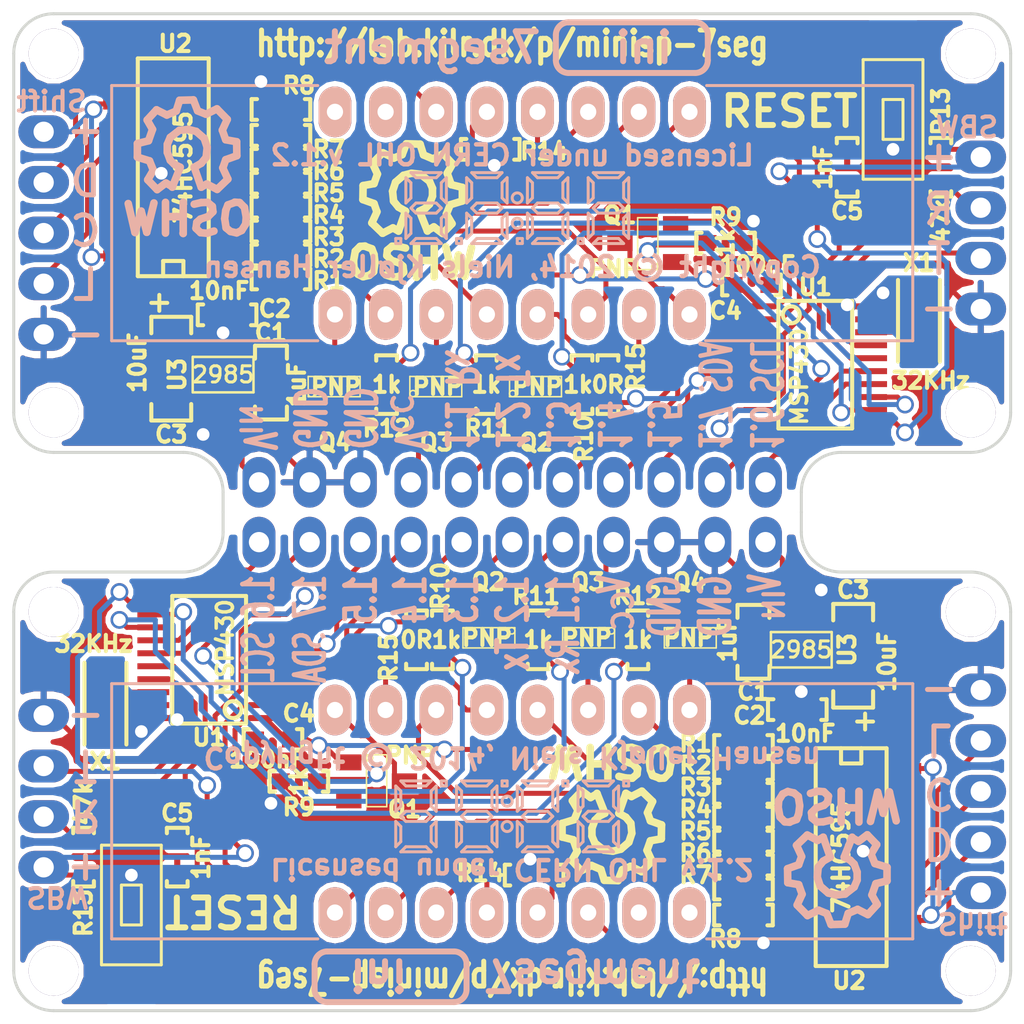
<source format=kicad_pcb>
(kicad_pcb (version 3) (host pcbnew "(2014-02-28 BZR 4729)-product")
  (layers (15 F.Cu signal) (0 B.Cu signal) (18 B.Paste user) (19 F.Paste user) (20 B.SilkS user) (21 F.SilkS user) (22 B.Mask user) (23 F.Mask user) (28 Edge.Cuts user))
  (net 0 "")
  (net 1 /A)
  (net 2 /B)
  (net 3 /C)
  (net 4 /D)
  (net 5 /DP)
  (net 6 /Digit1)
  (net 7 /Digit2)
  (net 8 /Digit3)
  (net 9 /Digit4)
  (net 10 /E)
  (net 11 /F)
  (net 12 /G)
  (net 13 /P1.1)
  (net 14 /P1.2)
  (net 15 /P1.3)
  (net 16 /P1.4)
  (net 17 /P1.5)
  (net 18 /P1.6)
  (net 19 /P1.7)
  (net 20 /RESET)
  (net 21 /SerialClock)
  (net 22 /SerialData)
  (net 23 /SerialLatch)
  (net 24 /SerialOut)
  (net 25 /TEST)
  (net 26 /Vin)
  (net 27 /XIN)
  (net 28 /XOUT)
  (net 29 GND)
  (net 30 "Net-(C2-Pad1)")
  (net 31 "Net-(D1-Pad10)")
  (net 32 "Net-(D1-Pad12)")
  (net 33 "Net-(D1-Pad4)")
  (net 34 "Net-(D1-Pad9)")
  (net 35 "Net-(Q1-Pad2)")
  (net 36 "Net-(Q2-Pad2)")
  (net 37 "Net-(Q3-Pad2)")
  (net 38 "Net-(Q4-Pad2)")
  (net 39 "Net-(R1-Pad2)")
  (net 40 "Net-(R10-Pad2)")
  (net 41 "Net-(R11-Pad1)")
  (net 42 "Net-(R12-Pad1)")
  (net 43 "Net-(R2-Pad2)")
  (net 44 "Net-(R3-Pad2)")
  (net 45 "Net-(R4-Pad2)")
  (net 46 "Net-(R5-Pad2)")
  (net 47 "Net-(R6-Pad2)")
  (net 48 "Net-(R7-Pad2)")
  (net 49 "Net-(R8-Pad2)")
  (net 50 "Net-(R9-Pad2)")
  (net 51 VCC)
  (module Footprint_Symbols:Symbol_OSHW-Logo_SilkScreen (layer F.Cu) (at 130 141 180)
    (fp_text reference SYM hide)
    (fp_text value Symbol_OSHW-Logo_SilkScreen_07Jul2012 hide)
  )
  (module 7Segment:7SEGMENT-4DIGIT-YOUNGSUN (layer B.Cu) (at 125 140)
    (fp_text reference D1 hide)
    (fp_text value 7-SEGMENT-4DIGIT-YOUNGSUN hide)
    (pad 1 thru_hole oval (at -8.89 -5.08) (size 1.65 2.54) (drill 0.8128) (layers *.Cu *.Mask B.SilkS) (net 6 /Digit1))
    (pad 2 thru_hole oval (at -6.35 -5.08) (size 1.65 2.54) (drill 0.8128) (layers *.Cu *.Mask B.SilkS) (net 7 /Digit2))
    (pad 3 thru_hole oval (at -3.81 -5.08) (size 1.65 2.54) (drill 0.8128) (layers *.Cu *.Mask B.SilkS) (net 4 /D))
    (pad 4 thru_hole oval (at -1.27 -5.08) (size 1.65 2.54) (drill 0.8128) (layers *.Cu *.Mask B.SilkS) (net 33 "Net-(D1-Pad4)"))
    (pad 5 thru_hole oval (at 1.27 -5.08) (size 1.65 2.54) (drill 0.8128) (layers *.Cu *.Mask B.SilkS) (net 10 /E))
    (pad 6 thru_hole oval (at 3.81 -5.08) (size 1.65 2.54) (drill 0.8128) (layers *.Cu *.Mask B.SilkS) (net 8 /Digit3))
    (pad 7 thru_hole oval (at 6.35 -5.08) (size 1.65 2.54) (drill 0.8128) (layers *.Cu *.Mask B.SilkS) (net 5 /DP))
    (pad 8 thru_hole oval (at 8.89 -5.08) (size 1.65 2.54) (drill 0.8128) (layers *.Cu *.Mask B.SilkS) (net 9 /Digit4))
    (pad 9 thru_hole oval (at 8.89 5.08) (size 1.65 2.54) (drill 0.8128) (layers *.Cu *.Mask B.SilkS) (net 34 "Net-(D1-Pad9)"))
    (pad 10 thru_hole oval (at 6.35 5.08) (size 1.65 2.54) (drill 0.8128) (layers *.Cu *.Mask B.SilkS) (net 31 "Net-(D1-Pad10)"))
    (pad 11 thru_hole oval (at 3.81 5.08) (size 1.65 2.54) (drill 0.8128) (layers *.Cu *.Mask B.SilkS) (net 11 /F))
    (pad 12 thru_hole oval (at 1.27 5.08) (size 1.65 2.54) (drill 0.8128) (layers *.Cu *.Mask B.SilkS) (net 32 "Net-(D1-Pad12)"))
    (pad 13 thru_hole oval (at -1.27 5.08) (size 1.65 2.54) (drill 0.8128) (layers *.Cu *.Mask B.SilkS) (net 3 /C))
    (pad 14 thru_hole oval (at -3.81 5.08) (size 1.65 2.54) (drill 0.8128) (layers *.Cu *.Mask B.SilkS) (net 1 /A))
    (pad 15 thru_hole oval (at -6.35 5.08) (size 1.65 2.54) (drill 0.8128) (layers *.Cu *.Mask B.SilkS) (net 12 /G))
    (pad 16 thru_hole oval (at -8.89 5.08) (size 1.65 2.54) (drill 0.8128) (layers *.Cu *.Mask B.SilkS) (net 2 /B))
  )
  (module Footprint_Symbols:Symbol_OSHW-Logo_SilkScreen (layer B.Cu) (at 141.3 143.2)
    (fp_text reference SYM hide)
    (fp_text value Symbol_OSHW-Logo_SilkScreen_07Jul2012 hide)
  )
  (module Custom_pinheaders:Pinrow_4p_oval (layer B.Cu) (at 101.5 139 90)
    (fp_text reference P3 hide)
    (fp_text value I2C hide)
    (pad 1 thru_hole oval (at -3.81 0 90) (size 1.651 2.54) (drill 1.016) (layers *.Cu *.Mask) (net 51 VCC))
    (pad 2 thru_hole oval (at -1.27 0 90) (size 1.651 2.54) (drill 1.016) (layers *.Cu *.Mask) (net 20 /RESET))
    (pad 3 thru_hole oval (at 1.27 0 90) (size 1.651 2.54) (drill 1.016) (layers *.Cu *.Mask) (net 25 /TEST))
    (pad 4 thru_hole oval (at 3.81 0 90) (size 1.651 2.54) (drill 1.016) (layers *.Cu *.Mask) (net 29 GND))
  )
  (module Custom_SMD:SMD_0603 (layer F.Cu) (at 139.3 134.9)
    (fp_text reference C2 (at -2.4 0.3 180) (layer F.SilkS) (effects (font (size 0.8128 0.8128) (thickness 0.2032))))
    (fp_text value 10nF (at 0.4 1.2 180) (layer F.SilkS) (effects (font (size 0.8128 0.8128) (thickness 0.2032))))
    (pad 1 smd rect (at -0.9 0) (size 0.9 0.8) (layers F.Cu F.Paste F.Mask) (net 30 "Net-(C2-Pad1)"))
    (pad 2 smd rect (at 0.9 0) (size 0.9 0.8) (layers F.Cu F.Paste F.Mask) (net 29 GND))
  )
  (module Custom_SMD:SMD_0603 (layer F.Cu) (at 113 136.4 180)
    (fp_text reference C4 (at -1.3 1.3 360) (layer F.SilkS) (effects (font (size 0.8128 0.8128) (thickness 0.2032))))
    (fp_text value 100nF (at 0.3 -1 360) (layer F.SilkS) (effects (font (size 0.8128 0.8128) (thickness 0.2032))))
    (pad 1 smd rect (at -0.9 0 180) (size 0.9 0.8) (layers F.Cu F.Paste F.Mask) (net 51 VCC))
    (pad 2 smd rect (at 0.9 0 180) (size 0.9 0.8) (layers F.Cu F.Paste F.Mask) (net 29 GND))
  )
  (module Custom_SMD:SOT23 (layer F.Cu) (at 118.2 138.5 270)
    (fp_text reference Q1 (at 1.4 -1.4 360) (layer F.SilkS) (effects (font (size 0.8128 0.8128) (thickness 0.2032))))
    (fp_text value PNP (at -1.3 -1.7 360) (layer F.SilkS) (effects (font (size 0.8128 0.8128) (thickness 0.2032))))
    (pad 3 smd rect (at 0 -1.395 270) (size 0.8 1.27) (layers F.Cu F.Paste F.Mask) (net 6 /Digit1))
    (pad 2 smd rect (at 0.9525 1.395 270) (size 0.8 1.27) (layers F.Cu F.Paste F.Mask) (net 35 "Net-(Q1-Pad2)"))
    (pad 1 smd rect (at -0.9525 1.395 270) (size 0.8 1.27) (layers F.Cu F.Paste F.Mask) (net 51 VCC))
  )
  (module Custom_SMD:SOT23 (layer F.Cu) (at 123.8 131.3 180)
    (fp_text reference Q2 (at 0 2.8 360) (layer F.SilkS) (effects (font (size 0.8128 0.8128) (thickness 0.2032))))
    (fp_text value PNP (at 0.0635 0 180) (layer F.SilkS) (effects (font (size 0.8128 0.8128) (thickness 0.2032))))
    (pad 3 smd rect (at 0 -1.395 180) (size 0.8 1.27) (layers F.Cu F.Paste F.Mask) (net 7 /Digit2))
    (pad 2 smd rect (at 0.9525 1.395 180) (size 0.8 1.27) (layers F.Cu F.Paste F.Mask) (net 36 "Net-(Q2-Pad2)"))
    (pad 1 smd rect (at -0.9525 1.395 180) (size 0.8 1.27) (layers F.Cu F.Paste F.Mask) (net 51 VCC))
  )
  (module Custom_SMD:SOT23 (layer F.Cu) (at 128.8 131.3 180)
    (fp_text reference Q3 (at 0 2.8 360) (layer F.SilkS) (effects (font (size 0.8128 0.8128) (thickness 0.2032))))
    (fp_text value PNP (at 0.0635 0 180) (layer F.SilkS) (effects (font (size 0.8128 0.8128) (thickness 0.2032))))
    (pad 3 smd rect (at 0 -1.395 180) (size 0.8 1.27) (layers F.Cu F.Paste F.Mask) (net 8 /Digit3))
    (pad 2 smd rect (at 0.9525 1.395 180) (size 0.8 1.27) (layers F.Cu F.Paste F.Mask) (net 37 "Net-(Q3-Pad2)"))
    (pad 1 smd rect (at -0.9525 1.395 180) (size 0.8 1.27) (layers F.Cu F.Paste F.Mask) (net 51 VCC))
  )
  (module Custom_SMD:SOT23 (layer F.Cu) (at 133.9 131.3 180)
    (fp_text reference Q4 (at 0 2.8 360) (layer F.SilkS) (effects (font (size 0.8128 0.8128) (thickness 0.2032))))
    (fp_text value PNP (at 0.0635 0 180) (layer F.SilkS) (effects (font (size 0.8128 0.8128) (thickness 0.2032))))
    (pad 3 smd rect (at 0 -1.395 180) (size 0.8 1.27) (layers F.Cu F.Paste F.Mask) (net 9 /Digit4))
    (pad 2 smd rect (at 0.9525 1.395 180) (size 0.8 1.27) (layers F.Cu F.Paste F.Mask) (net 38 "Net-(Q4-Pad2)"))
    (pad 1 smd rect (at -0.9525 1.395 180) (size 0.8 1.27) (layers F.Cu F.Paste F.Mask) (net 51 VCC))
  )
  (module Custom_SMD:SMD_0603 (layer F.Cu) (at 136.6 136.7)
    (fp_text reference R1 (at -2.4 -0.1 180) (layer F.SilkS) (effects (font (size 0.8128 0.8128) (thickness 0.2032))))
    (fp_text value 150 hide)
    (pad 1 smd rect (at -0.9 0) (size 0.9 0.8) (layers F.Cu F.Paste F.Mask) (net 5 /DP))
    (pad 2 smd rect (at 0.9 0) (size 0.9 0.7) (layers F.Cu F.Paste F.Mask) (net 39 "Net-(R1-Pad2)"))
  )
  (module Custom_SMD:SMD_0603 (layer F.Cu) (at 136.6 137.9)
    (fp_text reference R2 (at -2.4 -0.2 180) (layer F.SilkS) (effects (font (size 0.8128 0.8128) (thickness 0.2032))))
    (fp_text value 150 hide)
    (pad 1 smd rect (at -0.9 0) (size 0.9 0.8) (layers F.Cu F.Paste F.Mask) (net 10 /E))
    (pad 2 smd rect (at 0.9 0) (size 0.9 0.8) (layers F.Cu F.Paste F.Mask) (net 43 "Net-(R2-Pad2)"))
  )
  (module Custom_SMD:SMD_0603 (layer F.Cu) (at 136.6 139.1)
    (fp_text reference R3 (at -2.4 -0.3 180) (layer F.SilkS) (effects (font (size 0.8128 0.8128) (thickness 0.2032))))
    (fp_text value 150 hide)
    (pad 1 smd rect (at -0.9 0) (size 0.9 0.8) (layers F.Cu F.Paste F.Mask) (net 4 /D))
    (pad 2 smd rect (at 0.9 0) (size 0.9 0.8) (layers F.Cu F.Paste F.Mask) (net 44 "Net-(R3-Pad2)"))
  )
  (module Custom_SMD:SMD_0603 (layer F.Cu) (at 136.6 140.3)
    (fp_text reference R4 (at -2.4 -0.4 180) (layer F.SilkS) (effects (font (size 0.8128 0.8128) (thickness 0.2032))))
    (fp_text value 150 hide)
    (pad 1 smd rect (at -0.9 0) (size 0.9 0.8) (layers F.Cu F.Paste F.Mask) (net 2 /B))
    (pad 2 smd rect (at 0.9 0) (size 0.9 0.8) (layers F.Cu F.Paste F.Mask) (net 45 "Net-(R4-Pad2)"))
  )
  (module Custom_SMD:SMD_0603 (layer F.Cu) (at 136.6 141.5)
    (fp_text reference R5 (at -2.4 -0.5 180) (layer F.SilkS) (effects (font (size 0.8128 0.8128) (thickness 0.2032))))
    (fp_text value 150 hide)
    (pad 1 smd rect (at -0.9 0) (size 0.9 0.8) (layers F.Cu F.Paste F.Mask) (net 12 /G))
    (pad 2 smd rect (at 0.9 0) (size 0.9 0.8) (layers F.Cu F.Paste F.Mask) (net 46 "Net-(R5-Pad2)"))
  )
  (module Custom_SMD:SMD_0603 (layer F.Cu) (at 136.6 142.7)
    (fp_text reference R6 (at -2.4 -0.6 180) (layer F.SilkS) (effects (font (size 0.8128 0.8128) (thickness 0.2032))))
    (fp_text value 150 hide)
    (pad 1 smd rect (at -0.9 0) (size 0.9 0.8) (layers F.Cu F.Paste F.Mask) (net 1 /A))
    (pad 2 smd rect (at 0.9 0) (size 0.9 0.8) (layers F.Cu F.Paste F.Mask) (net 47 "Net-(R6-Pad2)"))
  )
  (module Custom_SMD:SMD_0603 (layer F.Cu) (at 136.6 143.9)
    (fp_text reference R7 (at -2.4 -0.7 180) (layer F.SilkS) (effects (font (size 0.8128 0.8128) (thickness 0.2032))))
    (fp_text value 150 hide)
    (pad 1 smd rect (at -0.9 0) (size 0.9 0.8) (layers F.Cu F.Paste F.Mask) (net 3 /C))
    (pad 2 smd rect (at 0.9 0) (size 0.9 0.8) (layers F.Cu F.Paste F.Mask) (net 48 "Net-(R7-Pad2)"))
  )
  (module Custom_SMD:SMD_0603 (layer F.Cu) (at 136.6 145.2)
    (fp_text reference R8 (at -0.9 1.2 180) (layer F.SilkS) (effects (font (size 0.8128 0.8128) (thickness 0.2032))))
    (fp_text value 150 hide)
    (pad 1 smd rect (at -0.9 0) (size 0.9 0.8) (layers F.Cu F.Paste F.Mask) (net 11 /F))
    (pad 2 smd rect (at 0.9 0) (size 0.9 0.8) (layers F.Cu F.Paste F.Mask) (net 49 "Net-(R8-Pad2)"))
  )
  (module Custom_SMD:SMD_0603 (layer F.Cu) (at 114.3 138.5)
    (fp_text reference R9 (at 0 1.3 180) (layer F.SilkS) (effects (font (size 0.8128 0.8128) (thickness 0.2032))))
    (fp_text value 1k (at 0 0 270) (layer F.SilkS) (effects (font (size 0.8128 0.8128) (thickness 0.2032))))
    (pad 1 smd rect (at -0.9 0) (size 0.9 0.8) (layers F.Cu F.Paste F.Mask) (net 35 "Net-(Q1-Pad2)"))
    (pad 2 smd rect (at 0.9 0) (size 0.9 0.8) (layers F.Cu F.Paste F.Mask) (net 50 "Net-(R9-Pad2)"))
  )
  (module Custom_SMD:SMD_0603 (layer F.Cu) (at 121.5 131.4 270)
    (fp_text reference R10 (at -2.7 0.1 270) (layer F.SilkS) (effects (font (size 0.8128 0.8128) (thickness 0.2032))))
    (fp_text value 1k (at 0 -0.2 360) (layer F.SilkS) (effects (font (size 0.8128 0.8128) (thickness 0.2032))))
    (pad 1 smd rect (at -0.9 0 270) (size 0.9 0.8) (layers F.Cu F.Paste F.Mask) (net 36 "Net-(Q2-Pad2)"))
    (pad 2 smd rect (at 0.9 0 270) (size 0.9 0.8) (layers F.Cu F.Paste F.Mask) (net 40 "Net-(R10-Pad2)"))
  )
  (module Custom_SMD:SMD_0603 (layer F.Cu) (at 126.3 131.4 90)
    (fp_text reference R11 (at 2.2 -0.1 180) (layer F.SilkS) (effects (font (size 0.8128 0.8128) (thickness 0.2032))))
    (fp_text value 1k (at 0 0 180) (layer F.SilkS) (effects (font (size 0.8128 0.8128) (thickness 0.2032))))
    (pad 1 smd rect (at -0.9 0 90) (size 0.9 0.8) (layers F.Cu F.Paste F.Mask) (net 41 "Net-(R11-Pad1)"))
    (pad 2 smd rect (at 0.9 0 90) (size 0.9 0.8) (layers F.Cu F.Paste F.Mask) (net 37 "Net-(Q3-Pad2)"))
  )
  (module Custom_SMD:SMD_0603 (layer F.Cu) (at 131.3 131.4 90)
    (fp_text reference R12 (at 2.2 0 180) (layer F.SilkS) (effects (font (size 0.8128 0.8128) (thickness 0.2032))))
    (fp_text value 1k (at 0 0 180) (layer F.SilkS) (effects (font (size 0.8128 0.8128) (thickness 0.2032))))
    (pad 1 smd rect (at -0.9 0 90) (size 0.9 0.8) (layers F.Cu F.Paste F.Mask) (net 42 "Net-(R12-Pad1)"))
    (pad 2 smd rect (at 0.9 0 90) (size 0.9 0.8) (layers F.Cu F.Paste F.Mask) (net 38 "Net-(Q4-Pad2)"))
  )
  (module Custom_SMD:SMD_0603 (layer F.Cu) (at 103.5 142.3 90)
    (fp_text reference R13 (at -2.8 0 270) (layer F.SilkS) (effects (font (size 0.8128 0.8128) (thickness 0.2032))))
    (fp_text value 47k (at 2.7 0 270) (layer F.SilkS) (effects (font (size 0.8128 0.8128) (thickness 0.2032))))
    (pad 1 smd rect (at -0.9 0 90) (size 0.9 0.8) (layers F.Cu F.Paste F.Mask) (net 51 VCC))
    (pad 2 smd rect (at 0.9 0 90) (size 0.9 0.8) (layers F.Cu F.Paste F.Mask) (net 20 /RESET))
  )
  (module Custom_SMD:TSSOP20 (layer F.Cu) (at 109.8 132.4 90)
    (fp_text reference U1 (at -3.9 0 180) (layer F.SilkS) (effects (font (size 0.8128 0.8128) (thickness 0.2032))))
    (fp_text value MSP430 (at 0.6 0.8 90) (layer F.SilkS) (effects (font (size 0.8128 0.8128) (thickness 0.175))))
    (pad 1 smd rect (at -2.925 2.8 90) (size 0.3 1.6) (layers F.Cu F.Paste F.Mask) (net 51 VCC))
    (pad 2 smd rect (at -2.275 2.8 90) (size 0.3 1.6) (layers F.Cu F.Paste F.Mask) (net 22 /SerialData))
    (pad 3 smd rect (at -1.625 2.8 90) (size 0.3 1.6) (layers F.Cu F.Paste F.Mask) (net 13 /P1.1))
    (pad 4 smd rect (at -0.975 2.8 90) (size 0.3 1.6) (layers F.Cu F.Paste F.Mask) (net 14 /P1.2))
    (pad 5 smd rect (at -0.325 2.8 90) (size 0.3 1.6) (layers F.Cu F.Paste F.Mask) (net 15 /P1.3))
    (pad 6 smd rect (at 0.325 2.8 90) (size 0.3 1.6) (layers F.Cu F.Paste F.Mask) (net 16 /P1.4))
    (pad 7 smd rect (at 0.975 2.8 90) (size 0.3 1.6) (layers F.Cu F.Paste F.Mask) (net 17 /P1.5))
    (pad 8 smd rect (at 1.625 2.8 90) (size 0.3 1.6) (layers F.Cu F.Paste F.Mask) (net 21 /SerialClock))
    (pad 9 smd rect (at 2.275 2.8 90) (size 0.3 1.6) (layers F.Cu F.Paste F.Mask) (net 50 "Net-(R9-Pad2)"))
    (pad 10 smd rect (at 2.925 2.8 90) (size 0.3 1.6) (layers F.Cu F.Paste F.Mask) (net 40 "Net-(R10-Pad2)"))
    (pad 11 smd rect (at 2.925 -2.8 90) (size 0.3 1.6) (layers F.Cu F.Paste F.Mask) (net 23 /SerialLatch))
    (pad 12 smd rect (at 2.275 -2.8 90) (size 0.3 1.6) (layers F.Cu F.Paste F.Mask) (net 41 "Net-(R11-Pad1)"))
    (pad 13 smd rect (at 1.625 -2.8 90) (size 0.3 1.6) (layers F.Cu F.Paste F.Mask) (net 42 "Net-(R12-Pad1)"))
    (pad 14 smd rect (at 0.975 -2.8 90) (size 0.3 1.6) (layers F.Cu F.Paste F.Mask) (net 18 /P1.6))
    (pad 15 smd rect (at 0.325 -2.8 90) (size 0.3 1.6) (layers F.Cu F.Paste F.Mask) (net 19 /P1.7))
    (pad 16 smd rect (at -0.325 -2.8 90) (size 0.3 1.6) (layers F.Cu F.Paste F.Mask) (net 20 /RESET))
    (pad 17 smd rect (at -0.975 -2.8 90) (size 0.3 1.6) (layers F.Cu F.Paste F.Mask) (net 25 /TEST))
    (pad 18 smd rect (at -1.625 -2.8 90) (size 0.3 1.6) (layers F.Cu F.Paste F.Mask) (net 28 /XOUT))
    (pad 19 smd rect (at -2.275 -2.8 90) (size 0.3 1.6) (layers F.Cu F.Paste F.Mask) (net 27 /XIN))
    (pad 20 smd rect (at -2.925 -2.8 90) (size 0.3 1.6) (layers F.Cu F.Paste F.Mask) (net 29 GND))
  )
  (module Custom_SMD:SOT23-5 (layer F.Cu) (at 139.5 131.9 180)
    (fp_text reference U3 (at -2.3 0 450) (layer F.SilkS) (effects (font (size 0.8128 0.8128) (thickness 0.2032))))
    (fp_text value 2985 (at 0 0 180) (layer F.SilkS) (effects (font (size 0.8128 0.8128) (thickness 0.1524))))
    (pad 1 smd rect (at -0.9525 1.395 180) (size 0.508 1.27) (layers F.Cu F.Paste F.Mask) (net 26 /Vin))
    (pad 3 smd rect (at 0.9525 1.395 180) (size 0.508 1.27) (layers F.Cu F.Paste F.Mask) (net 26 /Vin))
    (pad 5 smd rect (at -0.9525 -1.395 180) (size 0.508 1.27) (layers F.Cu F.Paste F.Mask) (net 51 VCC))
    (pad 2 smd rect (at 0 1.395 180) (size 0.508 1.27) (layers F.Cu F.Paste F.Mask) (net 29 GND))
    (pad 4 smd rect (at 0.9525 -1.395 180) (size 0.508 1.27) (layers F.Cu F.Paste F.Mask) (net 30 "Net-(C2-Pad1)"))
  )
  (module Custom_SMD:SMD_0805 (layer F.Cu) (at 137.1 131.5 90)
    (fp_text reference C1 (at -2.5 0 180) (layer F.SilkS) (effects (font (size 0.8128 0.8128) (thickness 0.2032))))
    (fp_text value 1uF (at 0.1 -1.3 90) (layer F.SilkS) (effects (font (size 0.8128 0.8128) (thickness 0.2032))))
    (pad 1 smd rect (at -1.15 0 90) (size 1.1 1.3) (layers F.Cu F.Paste F.Mask) (net 26 /Vin))
    (pad 2 smd rect (at 1.15 0 90) (size 1.1 1.3) (layers F.Cu F.Paste F.Mask) (net 29 GND))
  )
  (module Custom_SMD:SMD_1206 (layer F.Cu) (at 142.1 132.2 90)
    (fp_text reference C3 (at 3.3 0 360) (layer F.SilkS) (effects (font (size 0.8128 0.8128) (thickness 0.2032))))
    (fp_text value 10uF (at -0.3 1.7 270) (layer F.SilkS) (effects (font (size 0.8128 0.8128) (thickness 0.2032))))
    (pad 1 smd rect (at -1.775 0 90) (size 1.3 1.7) (layers F.Cu F.Paste F.Mask) (net 51 VCC))
    (pad 2 smd rect (at 1.775 0 90) (size 1.3 1.7) (layers F.Cu F.Paste F.Mask) (net 29 GND))
  )
  (module Custom_SMD:SMD_0603 (layer F.Cu) (at 126.1 143.2 180)
    (fp_text reference R14 (at 2.7 0.1 360) (layer F.SilkS) (effects (font (size 0.8128 0.8128) (thickness 0.2032))))
    (fp_text value 150 hide)
    (pad 1 smd rect (at -0.9 0 180) (size 0.9 0.8) (layers F.Cu F.Paste F.Mask) (net 32 "Net-(D1-Pad12)"))
    (pad 2 smd rect (at 0.9 0 180) (size 0.9 0.8) (layers F.Cu F.Paste F.Mask) (net 29 GND))
  )
  (module Custom_SMD:SMD_0603 (layer F.Cu) (at 120.2 131.4 90)
    (fp_text reference R15 (at -0.9 -1.4 270) (layer F.SilkS) (effects (font (size 0.8128 0.8128) (thickness 0.2032))))
    (fp_text value 0R (at 0 0 180) (layer F.SilkS) (effects (font (size 0.8128 0.8128) (thickness 0.2032))))
    (pad 1 smd rect (at -0.9 0 90) (size 0.9 0.8) (layers F.Cu F.Paste F.Mask) (net 33 "Net-(D1-Pad4)"))
    (pad 2 smd rect (at 0.9 0 90) (size 0.9 0.8) (layers F.Cu F.Paste F.Mask) (net 15 /P1.3))
  )
  (module Custom_pinheaders:Pinrow_11p_oval (layer B.Cu) (at 125 126.5 180)
    (fp_text reference P1 hide)
    (fp_text value IO hide)
    (pad 1 thru_hole oval (at -12.7 0 180) (size 1.651 2.54) (drill 1.016) (layers *.Cu *.Mask) (net 26 /Vin))
    (pad 2 thru_hole oval (at -10.16 0 180) (size 1.651 2.54) (drill 1.016) (layers *.Cu *.Mask) (net 29 GND))
    (pad 3 thru_hole oval (at -7.62 0 180) (size 1.651 2.54) (drill 1.016) (layers *.Cu *.Mask) (net 29 GND))
    (pad 4 thru_hole oval (at -5.08 0 180) (size 1.651 2.54) (drill 1.016) (layers *.Cu *.Mask) (net 51 VCC))
    (pad 5 thru_hole oval (at -2.54 0 180) (size 1.651 2.54) (drill 1.016) (layers *.Cu *.Mask) (net 13 /P1.1))
    (pad 6 thru_hole oval (at 0 0 180) (size 1.651 2.54) (drill 1.016) (layers *.Cu *.Mask) (net 14 /P1.2))
    (pad 7 thru_hole oval (at 2.54 0 180) (size 1.651 2.54) (drill 1.016) (layers *.Cu *.Mask) (net 15 /P1.3))
    (pad 8 thru_hole oval (at 5.08 0 180) (size 1.651 2.54) (drill 1.016) (layers *.Cu *.Mask) (net 16 /P1.4))
    (pad 9 thru_hole oval (at 7.62 0 180) (size 1.651 2.54) (drill 1.016) (layers *.Cu *.Mask) (net 17 /P1.5))
    (pad 10 thru_hole oval (at 10.16 0 180) (size 1.651 2.54) (drill 1.016) (layers *.Cu *.Mask) (net 19 /P1.7))
    (pad 11 thru_hole oval (at 12.7 0 180) (size 1.651 2.54) (drill 1.016) (layers *.Cu *.Mask) (net 18 /P1.6))
  )
  (module Mounting_Holes:MountingHole_2-5mm (layer B.Cu) (at 148 148 180)
    (fp_text reference MH hide)
    (fp_text value MountingHole_2-7mm_RevA_Date21Jun2010 hide)
    (pad 1 thru_hole circle (at 0 0 180) (size 2.49936 2.49936) (drill 2.49936) (layers))
  )
  (module Mounting_Holes:MountingHole_2-5mm (layer B.Cu) (at 102 148 180)
    (fp_text reference MH hide)
    (fp_text value MountingHole_2-7mm_RevA_Date21Jun2010 hide)
    (pad 1 thru_hole circle (at 0 0 180) (size 2.49936 2.49936) (drill 2.49936) (layers))
  )
  (module Mounting_Holes:MountingHole_2-5mm (layer B.Cu) (at 148 130 180)
    (fp_text reference MH hide)
    (fp_text value MountingHole_2-7mm_RevA_Date21Jun2010 hide)
    (pad 1 thru_hole circle (at 0 0 180) (size 2.49936 2.49936) (drill 2.49936) (layers))
  )
  (module Mounting_Holes:MountingHole_2-5mm (layer B.Cu) (at 102 130 180)
    (fp_text reference MH hide)
    (fp_text value MountingHole_2-7mm_RevA_Date21Jun2010 hide)
    (pad 1 thru_hole circle (at 0 0 180) (size 2.49936 2.49936) (drill 2.49936) (layers))
  )
  (module Custom_SMD:SO16 (layer F.Cu) (at 142 142.3 270)
    (fp_text reference U2 (at 6.2 0.1 360) (layer F.SilkS) (effects (font (size 0.8196 0.8196) (thickness 0.2032))))
    (fp_text value 74HC595 (at 0 0.5 270) (layer F.SilkS) (effects (font (size 0.8196 0.8196) (thickness 0.2032))))
    (pad 1 smd rect (at -4.445 2.325 270) (size 0.558 2.38) (layers F.Cu F.Paste F.Mask) (net 43 "Net-(R2-Pad2)"))
    (pad 2 smd rect (at -3.175 2.325 270) (size 0.558 2.38) (layers F.Cu F.Paste F.Mask) (net 44 "Net-(R3-Pad2)"))
    (pad 3 smd rect (at -1.905 2.325 270) (size 0.558 2.38) (layers F.Cu F.Paste F.Mask) (net 45 "Net-(R4-Pad2)"))
    (pad 4 smd rect (at -0.635 2.325 270) (size 0.558 2.38) (layers F.Cu F.Paste F.Mask) (net 46 "Net-(R5-Pad2)"))
    (pad 5 smd rect (at 0.635 2.325 270) (size 0.558 2.38) (layers F.Cu F.Paste F.Mask) (net 47 "Net-(R6-Pad2)"))
    (pad 6 smd rect (at 1.905 2.325 270) (size 0.558 2.38) (layers F.Cu F.Paste F.Mask) (net 48 "Net-(R7-Pad2)"))
    (pad 7 smd rect (at 3.175 2.325 270) (size 0.558 2.38) (layers F.Cu F.Paste F.Mask) (net 49 "Net-(R8-Pad2)"))
    (pad 8 smd rect (at 4.445 2.325 270) (size 0.558 2.38) (layers F.Cu F.Paste F.Mask) (net 29 GND))
    (pad 9 smd rect (at 4.445 -2.325 270) (size 0.558 2.38) (layers F.Cu F.Paste F.Mask) (net 24 /SerialOut))
    (pad 10 smd rect (at 3.175 -2.325 270) (size 0.558 2.38) (layers F.Cu F.Paste F.Mask) (net 51 VCC))
    (pad 11 smd rect (at 1.905 -2.325 270) (size 0.558 2.38) (layers F.Cu F.Paste F.Mask) (net 21 /SerialClock))
    (pad 12 smd rect (at 0.635 -2.325 270) (size 0.558 2.38) (layers F.Cu F.Paste F.Mask) (net 23 /SerialLatch))
    (pad 13 smd rect (at -0.635 -2.325 270) (size 0.558 2.38) (layers F.Cu F.Paste F.Mask) (net 29 GND))
    (pad 14 smd rect (at -1.905 -2.325 270) (size 0.558 2.38) (layers F.Cu F.Paste F.Mask) (net 22 /SerialData))
    (pad 15 smd rect (at -3.175 -2.325 270) (size 0.558 2.38) (layers F.Cu F.Paste F.Mask) (net 39 "Net-(R1-Pad2)"))
    (pad 16 smd rect (at -4.445 -2.325 270) (size 0.558 2.38) (layers F.Cu F.Paste F.Mask) (net 51 VCC))
  )
  (module Custom_SMD:Crystal_SMD_FC135 (layer F.Cu) (at 104.6 134.6 90)
    (fp_text reference X1 (at -2.9 0 180) (layer F.SilkS) (effects (font (size 0.8128 0.8128) (thickness 0.2032))))
    (fp_text value 32KHz (at 3 -0.6 360) (layer F.SilkS) (effects (font (size 0.8128 0.8128) (thickness 0.2032))))
    (pad 1 smd rect (at -1.5 0 90) (size 1.5 1.8) (layers F.Cu F.Paste F.Mask) (net 27 /XIN))
    (pad 2 smd rect (at 1.5 0 90) (size 1.5 1.8) (layers F.Cu F.Paste F.Mask) (net 28 /XOUT))
  )
  (module Custom_SMD:SMD_0603 (layer F.Cu) (at 108.2 142.3 270)
    (fp_text reference C5 (at -2.2 0 360) (layer F.SilkS) (effects (font (size 0.8128 0.8128) (thickness 0.2032))))
    (fp_text value 1nF (at 0 -1.2 450) (layer F.SilkS) (effects (font (size 0.8128 0.8128) (thickness 0.2032))))
    (pad 1 smd rect (at -0.9 0 270) (size 0.9 0.8) (layers F.Cu F.Paste F.Mask) (net 20 /RESET))
    (pad 2 smd rect (at 0.9 0 270) (size 0.9 0.8) (layers F.Cu F.Paste F.Mask) (net 29 GND))
  )
  (module Custom_SMD:3x6_smd_button (layer F.Cu) (at 105.9 144.7 90)
    (fp_text reference SW1 hide)
    (fp_text value RESET hide)
    (pad 1 smd rect (at -3.8 0 90) (size 1.5 1.6) (layers F.Cu F.Paste F.Mask) (net 29 GND))
    (pad 2 smd rect (at 3.8 0 90) (size 1.5 1.6) (layers F.Cu F.Paste F.Mask) (net 20 /RESET))
  )
  (module Custom_pinheaders:Pinrow_5p_oval (layer F.Cu) (at 148.5 139 90)
    (fp_text reference P2 hide)
    (fp_text value Serial hide)
    (pad 1 thru_hole oval (at -5.08 0 90) (size 1.651 2.54) (drill 1.016) (layers *.Cu *.Mask) (net 51 VCC))
    (pad 2 thru_hole oval (at -2.54 0 90) (size 1.651 2.54) (drill 1.016) (layers *.Cu *.Mask) (net 24 /SerialOut))
    (pad 3 thru_hole oval (at 0 0 90) (size 1.651 2.54) (drill 1.016) (layers *.Cu *.Mask) (net 21 /SerialClock))
    (pad 4 thru_hole oval (at 2.54 0 90) (size 1.651 2.54) (drill 1.016) (layers *.Cu *.Mask) (net 23 /SerialLatch))
    (pad 5 thru_hole oval (at 5.08 0 90) (size 1.651 2.54) (drill 1.016) (layers *.Cu *.Mask) (net 29 GND))
  )
  (module Footprint_Symbols:Symbol_OSHW-Logo_SilkScreen (layer F.Cu) (at 120 109)
    (fp_text reference SYM hide)
    (fp_text value Symbol_OSHW-Logo_SilkScreen_07Jul2012 hide)
  )
  (module 7Segment:7SEGMENT-4DIGIT-YOUNGSUN (layer B.Cu) (at 125 110 180)
    (fp_text reference D1 hide)
    (fp_text value 7-SEGMENT-4DIGIT-YOUNGSUN hide)
    (pad 1 thru_hole oval (at -8.89 -5.08 180) (size 1.65 2.54) (drill 0.8128) (layers *.Cu *.Mask B.SilkS) (net 6 /Digit1))
    (pad 2 thru_hole oval (at -6.35 -5.08 180) (size 1.65 2.54) (drill 0.8128) (layers *.Cu *.Mask B.SilkS) (net 7 /Digit2))
    (pad 3 thru_hole oval (at -3.81 -5.08 180) (size 1.65 2.54) (drill 0.8128) (layers *.Cu *.Mask B.SilkS) (net 4 /D))
    (pad 4 thru_hole oval (at -1.27 -5.08 180) (size 1.65 2.54) (drill 0.8128) (layers *.Cu *.Mask B.SilkS) (net 33 "Net-(D1-Pad4)"))
    (pad 5 thru_hole oval (at 1.27 -5.08 180) (size 1.65 2.54) (drill 0.8128) (layers *.Cu *.Mask B.SilkS) (net 10 /E))
    (pad 6 thru_hole oval (at 3.81 -5.08 180) (size 1.65 2.54) (drill 0.8128) (layers *.Cu *.Mask B.SilkS) (net 8 /Digit3))
    (pad 7 thru_hole oval (at 6.35 -5.08 180) (size 1.65 2.54) (drill 0.8128) (layers *.Cu *.Mask B.SilkS) (net 5 /DP))
    (pad 8 thru_hole oval (at 8.89 -5.08 180) (size 1.65 2.54) (drill 0.8128) (layers *.Cu *.Mask B.SilkS) (net 9 /Digit4))
    (pad 9 thru_hole oval (at 8.89 5.08 180) (size 1.65 2.54) (drill 0.8128) (layers *.Cu *.Mask B.SilkS) (net 34 "Net-(D1-Pad9)"))
    (pad 10 thru_hole oval (at 6.35 5.08 180) (size 1.65 2.54) (drill 0.8128) (layers *.Cu *.Mask B.SilkS) (net 31 "Net-(D1-Pad10)"))
    (pad 11 thru_hole oval (at 3.81 5.08 180) (size 1.65 2.54) (drill 0.8128) (layers *.Cu *.Mask B.SilkS) (net 11 /F))
    (pad 12 thru_hole oval (at 1.27 5.08 180) (size 1.65 2.54) (drill 0.8128) (layers *.Cu *.Mask B.SilkS) (net 32 "Net-(D1-Pad12)"))
    (pad 13 thru_hole oval (at -1.27 5.08 180) (size 1.65 2.54) (drill 0.8128) (layers *.Cu *.Mask B.SilkS) (net 3 /C))
    (pad 14 thru_hole oval (at -3.81 5.08 180) (size 1.65 2.54) (drill 0.8128) (layers *.Cu *.Mask B.SilkS) (net 1 /A))
    (pad 15 thru_hole oval (at -6.35 5.08 180) (size 1.65 2.54) (drill 0.8128) (layers *.Cu *.Mask B.SilkS) (net 12 /G))
    (pad 16 thru_hole oval (at -8.89 5.08 180) (size 1.65 2.54) (drill 0.8128) (layers *.Cu *.Mask B.SilkS) (net 2 /B))
  )
  (module Footprint_Symbols:Symbol_OSHW-Logo_SilkScreen (layer B.Cu) (at 108.7 106.8 180)
    (fp_text reference SYM hide)
    (fp_text value Symbol_OSHW-Logo_SilkScreen_07Jul2012 hide)
  )
  (module Custom_pinheaders:Pinrow_4p_oval (layer B.Cu) (at 148.5 111 270)
    (fp_text reference P3 hide)
    (fp_text value I2C hide)
    (pad 1 thru_hole oval (at -3.81 0 270) (size 1.651 2.54) (drill 1.016) (layers *.Cu *.Mask) (net 51 VCC))
    (pad 2 thru_hole oval (at -1.27 0 270) (size 1.651 2.54) (drill 1.016) (layers *.Cu *.Mask) (net 20 /RESET))
    (pad 3 thru_hole oval (at 1.27 0 270) (size 1.651 2.54) (drill 1.016) (layers *.Cu *.Mask) (net 25 /TEST))
    (pad 4 thru_hole oval (at 3.81 0 270) (size 1.651 2.54) (drill 1.016) (layers *.Cu *.Mask) (net 29 GND))
  )
  (module Custom_SMD:SMD_0603 (layer F.Cu) (at 110.7 115.1 180)
    (fp_text reference C2 (at -2.4 0.3 360) (layer F.SilkS) (effects (font (size 0.8128 0.8128) (thickness 0.2032))))
    (fp_text value 10nF (at 0.4 1.2 360) (layer F.SilkS) (effects (font (size 0.8128 0.8128) (thickness 0.2032))))
    (pad 1 smd rect (at -0.9 0 180) (size 0.9 0.8) (layers F.Cu F.Paste F.Mask) (net 30 "Net-(C2-Pad1)"))
    (pad 2 smd rect (at 0.9 0 180) (size 0.9 0.8) (layers F.Cu F.Paste F.Mask) (net 29 GND))
  )
  (module Custom_SMD:SMD_0603 (layer F.Cu) (at 137 113.6)
    (fp_text reference C4 (at -1.3 1.3 180) (layer F.SilkS) (effects (font (size 0.8128 0.8128) (thickness 0.2032))))
    (fp_text value 100nF (at 0.3 -1 180) (layer F.SilkS) (effects (font (size 0.8128 0.8128) (thickness 0.2032))))
    (pad 1 smd rect (at -0.9 0) (size 0.9 0.8) (layers F.Cu F.Paste F.Mask) (net 51 VCC))
    (pad 2 smd rect (at 0.9 0) (size 0.9 0.8) (layers F.Cu F.Paste F.Mask) (net 29 GND))
  )
  (module Custom_SMD:SOT23 (layer F.Cu) (at 131.8 111.5 90)
    (fp_text reference Q1 (at 1.4 -1.4 180) (layer F.SilkS) (effects (font (size 0.8128 0.8128) (thickness 0.2032))))
    (fp_text value PNP (at -1.3 -1.7 180) (layer F.SilkS) (effects (font (size 0.8128 0.8128) (thickness 0.2032))))
    (pad 3 smd rect (at 0 -1.395 90) (size 0.8 1.27) (layers F.Cu F.Paste F.Mask) (net 6 /Digit1))
    (pad 2 smd rect (at 0.9525 1.395 90) (size 0.8 1.27) (layers F.Cu F.Paste F.Mask) (net 35 "Net-(Q1-Pad2)"))
    (pad 1 smd rect (at -0.9525 1.395 90) (size 0.8 1.27) (layers F.Cu F.Paste F.Mask) (net 51 VCC))
  )
  (module Custom_SMD:SOT23 (layer F.Cu) (at 126.2 118.7)
    (fp_text reference Q2 (at 0 2.8 180) (layer F.SilkS) (effects (font (size 0.8128 0.8128) (thickness 0.2032))))
    (fp_text value PNP (at 0.0635 0) (layer F.SilkS) (effects (font (size 0.8128 0.8128) (thickness 0.2032))))
    (pad 3 smd rect (at 0 -1.395) (size 0.8 1.27) (layers F.Cu F.Paste F.Mask) (net 7 /Digit2))
    (pad 2 smd rect (at 0.9525 1.395) (size 0.8 1.27) (layers F.Cu F.Paste F.Mask) (net 36 "Net-(Q2-Pad2)"))
    (pad 1 smd rect (at -0.9525 1.395) (size 0.8 1.27) (layers F.Cu F.Paste F.Mask) (net 51 VCC))
  )
  (module Custom_SMD:SOT23 (layer F.Cu) (at 121.2 118.7)
    (fp_text reference Q3 (at 0 2.8 180) (layer F.SilkS) (effects (font (size 0.8128 0.8128) (thickness 0.2032))))
    (fp_text value PNP (at 0.0635 0) (layer F.SilkS) (effects (font (size 0.8128 0.8128) (thickness 0.2032))))
    (pad 3 smd rect (at 0 -1.395) (size 0.8 1.27) (layers F.Cu F.Paste F.Mask) (net 8 /Digit3))
    (pad 2 smd rect (at 0.9525 1.395) (size 0.8 1.27) (layers F.Cu F.Paste F.Mask) (net 37 "Net-(Q3-Pad2)"))
    (pad 1 smd rect (at -0.9525 1.395) (size 0.8 1.27) (layers F.Cu F.Paste F.Mask) (net 51 VCC))
  )
  (module Custom_SMD:SOT23 (layer F.Cu) (at 116.1 118.7)
    (fp_text reference Q4 (at 0 2.8 180) (layer F.SilkS) (effects (font (size 0.8128 0.8128) (thickness 0.2032))))
    (fp_text value PNP (at 0.0635 0) (layer F.SilkS) (effects (font (size 0.8128 0.8128) (thickness 0.2032))))
    (pad 3 smd rect (at 0 -1.395) (size 0.8 1.27) (layers F.Cu F.Paste F.Mask) (net 9 /Digit4))
    (pad 2 smd rect (at 0.9525 1.395) (size 0.8 1.27) (layers F.Cu F.Paste F.Mask) (net 38 "Net-(Q4-Pad2)"))
    (pad 1 smd rect (at -0.9525 1.395) (size 0.8 1.27) (layers F.Cu F.Paste F.Mask) (net 51 VCC))
  )
  (module Custom_SMD:SMD_0603 (layer F.Cu) (at 113.4 113.3 180)
    (fp_text reference R1 (at -2.4 -0.1 360) (layer F.SilkS) (effects (font (size 0.8128 0.8128) (thickness 0.2032))))
    (fp_text value 150 hide)
    (pad 1 smd rect (at -0.9 0 180) (size 0.9 0.8) (layers F.Cu F.Paste F.Mask) (net 5 /DP))
    (pad 2 smd rect (at 0.9 0 180) (size 0.9 0.7) (layers F.Cu F.Paste F.Mask) (net 39 "Net-(R1-Pad2)"))
  )
  (module Custom_SMD:SMD_0603 (layer F.Cu) (at 113.4 112.1 180)
    (fp_text reference R2 (at -2.4 -0.2 360) (layer F.SilkS) (effects (font (size 0.8128 0.8128) (thickness 0.2032))))
    (fp_text value 150 hide)
    (pad 1 smd rect (at -0.9 0 180) (size 0.9 0.8) (layers F.Cu F.Paste F.Mask) (net 10 /E))
    (pad 2 smd rect (at 0.9 0 180) (size 0.9 0.8) (layers F.Cu F.Paste F.Mask) (net 43 "Net-(R2-Pad2)"))
  )
  (module Custom_SMD:SMD_0603 (layer F.Cu) (at 113.4 110.9 180)
    (fp_text reference R3 (at -2.4 -0.3 360) (layer F.SilkS) (effects (font (size 0.8128 0.8128) (thickness 0.2032))))
    (fp_text value 150 hide)
    (pad 1 smd rect (at -0.9 0 180) (size 0.9 0.8) (layers F.Cu F.Paste F.Mask) (net 4 /D))
    (pad 2 smd rect (at 0.9 0 180) (size 0.9 0.8) (layers F.Cu F.Paste F.Mask) (net 44 "Net-(R3-Pad2)"))
  )
  (module Custom_SMD:SMD_0603 (layer F.Cu) (at 113.4 109.7 180)
    (fp_text reference R4 (at -2.4 -0.4 360) (layer F.SilkS) (effects (font (size 0.8128 0.8128) (thickness 0.2032))))
    (fp_text value 150 hide)
    (pad 1 smd rect (at -0.9 0 180) (size 0.9 0.8) (layers F.Cu F.Paste F.Mask) (net 2 /B))
    (pad 2 smd rect (at 0.9 0 180) (size 0.9 0.8) (layers F.Cu F.Paste F.Mask) (net 45 "Net-(R4-Pad2)"))
  )
  (module Custom_SMD:SMD_0603 (layer F.Cu) (at 113.4 108.5 180)
    (fp_text reference R5 (at -2.4 -0.5 360) (layer F.SilkS) (effects (font (size 0.8128 0.8128) (thickness 0.2032))))
    (fp_text value 150 hide)
    (pad 1 smd rect (at -0.9 0 180) (size 0.9 0.8) (layers F.Cu F.Paste F.Mask) (net 12 /G))
    (pad 2 smd rect (at 0.9 0 180) (size 0.9 0.8) (layers F.Cu F.Paste F.Mask) (net 46 "Net-(R5-Pad2)"))
  )
  (module Custom_SMD:SMD_0603 (layer F.Cu) (at 113.4 107.3 180)
    (fp_text reference R6 (at -2.4 -0.6 360) (layer F.SilkS) (effects (font (size 0.8128 0.8128) (thickness 0.2032))))
    (fp_text value 150 hide)
    (pad 1 smd rect (at -0.9 0 180) (size 0.9 0.8) (layers F.Cu F.Paste F.Mask) (net 1 /A))
    (pad 2 smd rect (at 0.9 0 180) (size 0.9 0.8) (layers F.Cu F.Paste F.Mask) (net 47 "Net-(R6-Pad2)"))
  )
  (module Custom_SMD:SMD_0603 (layer F.Cu) (at 113.4 106.1 180)
    (fp_text reference R7 (at -2.4 -0.7 360) (layer F.SilkS) (effects (font (size 0.8128 0.8128) (thickness 0.2032))))
    (fp_text value 150 hide)
    (pad 1 smd rect (at -0.9 0 180) (size 0.9 0.8) (layers F.Cu F.Paste F.Mask) (net 3 /C))
    (pad 2 smd rect (at 0.9 0 180) (size 0.9 0.8) (layers F.Cu F.Paste F.Mask) (net 48 "Net-(R7-Pad2)"))
  )
  (module Custom_SMD:SMD_0603 (layer F.Cu) (at 113.4 104.8 180)
    (fp_text reference R8 (at -0.9 1.2 360) (layer F.SilkS) (effects (font (size 0.8128 0.8128) (thickness 0.2032))))
    (fp_text value 150 hide)
    (pad 1 smd rect (at -0.9 0 180) (size 0.9 0.8) (layers F.Cu F.Paste F.Mask) (net 11 /F))
    (pad 2 smd rect (at 0.9 0 180) (size 0.9 0.8) (layers F.Cu F.Paste F.Mask) (net 49 "Net-(R8-Pad2)"))
  )
  (module Custom_SMD:SMD_0603 (layer F.Cu) (at 135.7 111.5 180)
    (fp_text reference R9 (at 0 1.3 360) (layer F.SilkS) (effects (font (size 0.8128 0.8128) (thickness 0.2032))))
    (fp_text value 1k (at 0 0 450) (layer F.SilkS) (effects (font (size 0.8128 0.8128) (thickness 0.2032))))
    (pad 1 smd rect (at -0.9 0 180) (size 0.9 0.8) (layers F.Cu F.Paste F.Mask) (net 35 "Net-(Q1-Pad2)"))
    (pad 2 smd rect (at 0.9 0 180) (size 0.9 0.8) (layers F.Cu F.Paste F.Mask) (net 50 "Net-(R9-Pad2)"))
  )
  (module Custom_SMD:SMD_0603 (layer F.Cu) (at 128.5 118.6 90)
    (fp_text reference R10 (at -2.7 0.1 90) (layer F.SilkS) (effects (font (size 0.8128 0.8128) (thickness 0.2032))))
    (fp_text value 1k (at 0 -0.2 180) (layer F.SilkS) (effects (font (size 0.8128 0.8128) (thickness 0.2032))))
    (pad 1 smd rect (at -0.9 0 90) (size 0.9 0.8) (layers F.Cu F.Paste F.Mask) (net 36 "Net-(Q2-Pad2)"))
    (pad 2 smd rect (at 0.9 0 90) (size 0.9 0.8) (layers F.Cu F.Paste F.Mask) (net 40 "Net-(R10-Pad2)"))
  )
  (module Custom_SMD:SMD_0603 (layer F.Cu) (at 123.7 118.6 270)
    (fp_text reference R11 (at 2.2 -0.1 360) (layer F.SilkS) (effects (font (size 0.8128 0.8128) (thickness 0.2032))))
    (fp_text value 1k (at 0 0 360) (layer F.SilkS) (effects (font (size 0.8128 0.8128) (thickness 0.2032))))
    (pad 1 smd rect (at -0.9 0 270) (size 0.9 0.8) (layers F.Cu F.Paste F.Mask) (net 41 "Net-(R11-Pad1)"))
    (pad 2 smd rect (at 0.9 0 270) (size 0.9 0.8) (layers F.Cu F.Paste F.Mask) (net 37 "Net-(Q3-Pad2)"))
  )
  (module Custom_SMD:SMD_0603 (layer F.Cu) (at 118.7 118.6 270)
    (fp_text reference R12 (at 2.2 0 360) (layer F.SilkS) (effects (font (size 0.8128 0.8128) (thickness 0.2032))))
    (fp_text value 1k (at 0 0 360) (layer F.SilkS) (effects (font (size 0.8128 0.8128) (thickness 0.2032))))
    (pad 1 smd rect (at -0.9 0 270) (size 0.9 0.8) (layers F.Cu F.Paste F.Mask) (net 42 "Net-(R12-Pad1)"))
    (pad 2 smd rect (at 0.9 0 270) (size 0.9 0.8) (layers F.Cu F.Paste F.Mask) (net 38 "Net-(Q4-Pad2)"))
  )
  (module Custom_SMD:SMD_0603 (layer F.Cu) (at 146.5 107.7 270)
    (fp_text reference R13 (at -2.8 0 450) (layer F.SilkS) (effects (font (size 0.8128 0.8128) (thickness 0.2032))))
    (fp_text value 47k (at 2.7 0 450) (layer F.SilkS) (effects (font (size 0.8128 0.8128) (thickness 0.2032))))
    (pad 1 smd rect (at -0.9 0 270) (size 0.9 0.8) (layers F.Cu F.Paste F.Mask) (net 51 VCC))
    (pad 2 smd rect (at 0.9 0 270) (size 0.9 0.8) (layers F.Cu F.Paste F.Mask) (net 20 /RESET))
  )
  (module Custom_SMD:TSSOP20 (layer F.Cu) (at 140.2 117.6 270)
    (fp_text reference U1 (at -3.9 0 360) (layer F.SilkS) (effects (font (size 0.8128 0.8128) (thickness 0.2032))))
    (fp_text value MSP430 (at 0.6 0.8 270) (layer F.SilkS) (effects (font (size 0.8128 0.8128) (thickness 0.175))))
    (pad 1 smd rect (at -2.925 2.8 270) (size 0.3 1.6) (layers F.Cu F.Paste F.Mask) (net 51 VCC))
    (pad 2 smd rect (at -2.275 2.8 270) (size 0.3 1.6) (layers F.Cu F.Paste F.Mask) (net 22 /SerialData))
    (pad 3 smd rect (at -1.625 2.8 270) (size 0.3 1.6) (layers F.Cu F.Paste F.Mask) (net 13 /P1.1))
    (pad 4 smd rect (at -0.975 2.8 270) (size 0.3 1.6) (layers F.Cu F.Paste F.Mask) (net 14 /P1.2))
    (pad 5 smd rect (at -0.325 2.8 270) (size 0.3 1.6) (layers F.Cu F.Paste F.Mask) (net 15 /P1.3))
    (pad 6 smd rect (at 0.325 2.8 270) (size 0.3 1.6) (layers F.Cu F.Paste F.Mask) (net 16 /P1.4))
    (pad 7 smd rect (at 0.975 2.8 270) (size 0.3 1.6) (layers F.Cu F.Paste F.Mask) (net 17 /P1.5))
    (pad 8 smd rect (at 1.625 2.8 270) (size 0.3 1.6) (layers F.Cu F.Paste F.Mask) (net 21 /SerialClock))
    (pad 9 smd rect (at 2.275 2.8 270) (size 0.3 1.6) (layers F.Cu F.Paste F.Mask) (net 50 "Net-(R9-Pad2)"))
    (pad 10 smd rect (at 2.925 2.8 270) (size 0.3 1.6) (layers F.Cu F.Paste F.Mask) (net 40 "Net-(R10-Pad2)"))
    (pad 11 smd rect (at 2.925 -2.8 270) (size 0.3 1.6) (layers F.Cu F.Paste F.Mask) (net 23 /SerialLatch))
    (pad 12 smd rect (at 2.275 -2.8 270) (size 0.3 1.6) (layers F.Cu F.Paste F.Mask) (net 41 "Net-(R11-Pad1)"))
    (pad 13 smd rect (at 1.625 -2.8 270) (size 0.3 1.6) (layers F.Cu F.Paste F.Mask) (net 42 "Net-(R12-Pad1)"))
    (pad 14 smd rect (at 0.975 -2.8 270) (size 0.3 1.6) (layers F.Cu F.Paste F.Mask) (net 18 /P1.6))
    (pad 15 smd rect (at 0.325 -2.8 270) (size 0.3 1.6) (layers F.Cu F.Paste F.Mask) (net 19 /P1.7))
    (pad 16 smd rect (at -0.325 -2.8 270) (size 0.3 1.6) (layers F.Cu F.Paste F.Mask) (net 20 /RESET))
    (pad 17 smd rect (at -0.975 -2.8 270) (size 0.3 1.6) (layers F.Cu F.Paste F.Mask) (net 25 /TEST))
    (pad 18 smd rect (at -1.625 -2.8 270) (size 0.3 1.6) (layers F.Cu F.Paste F.Mask) (net 28 /XOUT))
    (pad 19 smd rect (at -2.275 -2.8 270) (size 0.3 1.6) (layers F.Cu F.Paste F.Mask) (net 27 /XIN))
    (pad 20 smd rect (at -2.925 -2.8 270) (size 0.3 1.6) (layers F.Cu F.Paste F.Mask) (net 29 GND))
  )
  (module Custom_SMD:SOT23-5 (layer F.Cu) (at 110.5 118.1)
    (fp_text reference U3 (at -2.3 0 270) (layer F.SilkS) (effects (font (size 0.8128 0.8128) (thickness 0.2032))))
    (fp_text value 2985 (at 0 0) (layer F.SilkS) (effects (font (size 0.8128 0.8128) (thickness 0.1524))))
    (pad 1 smd rect (at -0.9525 1.395) (size 0.508 1.27) (layers F.Cu F.Paste F.Mask) (net 26 /Vin))
    (pad 3 smd rect (at 0.9525 1.395) (size 0.508 1.27) (layers F.Cu F.Paste F.Mask) (net 26 /Vin))
    (pad 5 smd rect (at -0.9525 -1.395) (size 0.508 1.27) (layers F.Cu F.Paste F.Mask) (net 51 VCC))
    (pad 2 smd rect (at 0 1.395) (size 0.508 1.27) (layers F.Cu F.Paste F.Mask) (net 29 GND))
    (pad 4 smd rect (at 0.9525 -1.395) (size 0.508 1.27) (layers F.Cu F.Paste F.Mask) (net 30 "Net-(C2-Pad1)"))
  )
  (module Custom_SMD:SMD_0805 (layer F.Cu) (at 112.9 118.5 270)
    (fp_text reference C1 (at -2.5 0 360) (layer F.SilkS) (effects (font (size 0.8128 0.8128) (thickness 0.2032))))
    (fp_text value 1uF (at 0.1 -1.3 270) (layer F.SilkS) (effects (font (size 0.8128 0.8128) (thickness 0.2032))))
    (pad 1 smd rect (at -1.15 0 270) (size 1.1 1.3) (layers F.Cu F.Paste F.Mask) (net 26 /Vin))
    (pad 2 smd rect (at 1.15 0 270) (size 1.1 1.3) (layers F.Cu F.Paste F.Mask) (net 29 GND))
  )
  (module Custom_SMD:SMD_1206 (layer F.Cu) (at 107.9 117.8 270)
    (fp_text reference C3 (at 3.3 0 540) (layer F.SilkS) (effects (font (size 0.8128 0.8128) (thickness 0.2032))))
    (fp_text value 10uF (at -0.3 1.7 450) (layer F.SilkS) (effects (font (size 0.8128 0.8128) (thickness 0.2032))))
    (pad 1 smd rect (at -1.775 0 270) (size 1.3 1.7) (layers F.Cu F.Paste F.Mask) (net 51 VCC))
    (pad 2 smd rect (at 1.775 0 270) (size 1.3 1.7) (layers F.Cu F.Paste F.Mask) (net 29 GND))
  )
  (module Custom_SMD:SMD_0603 (layer F.Cu) (at 123.9 106.8)
    (fp_text reference R14 (at 2.7 0.1 180) (layer F.SilkS) (effects (font (size 0.8128 0.8128) (thickness 0.2032))))
    (fp_text value 150 hide)
    (pad 1 smd rect (at -0.9 0) (size 0.9 0.8) (layers F.Cu F.Paste F.Mask) (net 32 "Net-(D1-Pad12)"))
    (pad 2 smd rect (at 0.9 0) (size 0.9 0.8) (layers F.Cu F.Paste F.Mask) (net 29 GND))
  )
  (module Custom_SMD:SMD_0603 (layer F.Cu) (at 129.8 118.6 270)
    (fp_text reference R15 (at -0.9 -1.4 450) (layer F.SilkS) (effects (font (size 0.8128 0.8128) (thickness 0.2032))))
    (fp_text value 0R (at 0 0 360) (layer F.SilkS) (effects (font (size 0.8128 0.8128) (thickness 0.2032))))
    (pad 1 smd rect (at -0.9 0 270) (size 0.9 0.8) (layers F.Cu F.Paste F.Mask) (net 33 "Net-(D1-Pad4)"))
    (pad 2 smd rect (at 0.9 0 270) (size 0.9 0.8) (layers F.Cu F.Paste F.Mask) (net 15 /P1.3))
  )
  (module Custom_pinheaders:Pinrow_11p_oval (layer B.Cu) (at 125 123.5)
    (fp_text reference P1 hide)
    (fp_text value IO hide)
    (pad 1 thru_hole oval (at -12.7 0) (size 1.651 2.54) (drill 1.016) (layers *.Cu *.Mask) (net 26 /Vin))
    (pad 2 thru_hole oval (at -10.16 0) (size 1.651 2.54) (drill 1.016) (layers *.Cu *.Mask) (net 29 GND))
    (pad 3 thru_hole oval (at -7.62 0) (size 1.651 2.54) (drill 1.016) (layers *.Cu *.Mask) (net 29 GND))
    (pad 4 thru_hole oval (at -5.08 0) (size 1.651 2.54) (drill 1.016) (layers *.Cu *.Mask) (net 51 VCC))
    (pad 5 thru_hole oval (at -2.54 0) (size 1.651 2.54) (drill 1.016) (layers *.Cu *.Mask) (net 13 /P1.1))
    (pad 6 thru_hole oval (at 0 0) (size 1.651 2.54) (drill 1.016) (layers *.Cu *.Mask) (net 14 /P1.2))
    (pad 7 thru_hole oval (at 2.54 0) (size 1.651 2.54) (drill 1.016) (layers *.Cu *.Mask) (net 15 /P1.3))
    (pad 8 thru_hole oval (at 5.08 0) (size 1.651 2.54) (drill 1.016) (layers *.Cu *.Mask) (net 16 /P1.4))
    (pad 9 thru_hole oval (at 7.62 0) (size 1.651 2.54) (drill 1.016) (layers *.Cu *.Mask) (net 17 /P1.5))
    (pad 10 thru_hole oval (at 10.16 0) (size 1.651 2.54) (drill 1.016) (layers *.Cu *.Mask) (net 19 /P1.7))
    (pad 11 thru_hole oval (at 12.7 0) (size 1.651 2.54) (drill 1.016) (layers *.Cu *.Mask) (net 18 /P1.6))
  )
  (module Mounting_Holes:MountingHole_2-5mm (layer B.Cu) (at 102 102)
    (fp_text reference MH hide)
    (fp_text value MountingHole_2-7mm_RevA_Date21Jun2010 hide)
    (pad 1 thru_hole circle (at 0 0) (size 2.49936 2.49936) (drill 2.49936) (layers))
  )
  (module Mounting_Holes:MountingHole_2-5mm (layer B.Cu) (at 148 102)
    (fp_text reference MH hide)
    (fp_text value MountingHole_2-7mm_RevA_Date21Jun2010 hide)
    (pad 1 thru_hole circle (at 0 0) (size 2.49936 2.49936) (drill 2.49936) (layers))
  )
  (module Mounting_Holes:MountingHole_2-5mm (layer B.Cu) (at 102 120)
    (fp_text reference MH hide)
    (fp_text value MountingHole_2-7mm_RevA_Date21Jun2010 hide)
    (pad 1 thru_hole circle (at 0 0) (size 2.49936 2.49936) (drill 2.49936) (layers))
  )
  (module Mounting_Holes:MountingHole_2-5mm (layer B.Cu) (at 148 120)
    (fp_text reference MH hide)
    (fp_text value MountingHole_2-7mm_RevA_Date21Jun2010 hide)
    (pad 1 thru_hole circle (at 0 0) (size 2.49936 2.49936) (drill 2.49936) (layers))
  )
  (module Custom_SMD:SO16 (layer F.Cu) (at 108 107.7 90)
    (fp_text reference U2 (at 6.2 0.1 180) (layer F.SilkS) (effects (font (size 0.8196 0.8196) (thickness 0.2032))))
    (fp_text value 74HC595 (at 0 0.5 90) (layer F.SilkS) (effects (font (size 0.8196 0.8196) (thickness 0.2032))))
    (pad 1 smd rect (at -4.445 2.325 90) (size 0.558 2.38) (layers F.Cu F.Paste F.Mask) (net 43 "Net-(R2-Pad2)"))
    (pad 2 smd rect (at -3.175 2.325 90) (size 0.558 2.38) (layers F.Cu F.Paste F.Mask) (net 44 "Net-(R3-Pad2)"))
    (pad 3 smd rect (at -1.905 2.325 90) (size 0.558 2.38) (layers F.Cu F.Paste F.Mask) (net 45 "Net-(R4-Pad2)"))
    (pad 4 smd rect (at -0.635 2.325 90) (size 0.558 2.38) (layers F.Cu F.Paste F.Mask) (net 46 "Net-(R5-Pad2)"))
    (pad 5 smd rect (at 0.635 2.325 90) (size 0.558 2.38) (layers F.Cu F.Paste F.Mask) (net 47 "Net-(R6-Pad2)"))
    (pad 6 smd rect (at 1.905 2.325 90) (size 0.558 2.38) (layers F.Cu F.Paste F.Mask) (net 48 "Net-(R7-Pad2)"))
    (pad 7 smd rect (at 3.175 2.325 90) (size 0.558 2.38) (layers F.Cu F.Paste F.Mask) (net 49 "Net-(R8-Pad2)"))
    (pad 8 smd rect (at 4.445 2.325 90) (size 0.558 2.38) (layers F.Cu F.Paste F.Mask) (net 29 GND))
    (pad 9 smd rect (at 4.445 -2.325 90) (size 0.558 2.38) (layers F.Cu F.Paste F.Mask) (net 24 /SerialOut))
    (pad 10 smd rect (at 3.175 -2.325 90) (size 0.558 2.38) (layers F.Cu F.Paste F.Mask) (net 51 VCC))
    (pad 11 smd rect (at 1.905 -2.325 90) (size 0.558 2.38) (layers F.Cu F.Paste F.Mask) (net 21 /SerialClock))
    (pad 12 smd rect (at 0.635 -2.325 90) (size 0.558 2.38) (layers F.Cu F.Paste F.Mask) (net 23 /SerialLatch))
    (pad 13 smd rect (at -0.635 -2.325 90) (size 0.558 2.38) (layers F.Cu F.Paste F.Mask) (net 29 GND))
    (pad 14 smd rect (at -1.905 -2.325 90) (size 0.558 2.38) (layers F.Cu F.Paste F.Mask) (net 22 /SerialData))
    (pad 15 smd rect (at -3.175 -2.325 90) (size 0.558 2.38) (layers F.Cu F.Paste F.Mask) (net 39 "Net-(R1-Pad2)"))
    (pad 16 smd rect (at -4.445 -2.325 90) (size 0.558 2.38) (layers F.Cu F.Paste F.Mask) (net 51 VCC))
  )
  (module Custom_SMD:Crystal_SMD_FC135 (layer F.Cu) (at 145.4 115.4 270)
    (fp_text reference X1 (at -2.9 0 360) (layer F.SilkS) (effects (font (size 0.8128 0.8128) (thickness 0.2032))))
    (fp_text value 32KHz (at 3 -0.6 540) (layer F.SilkS) (effects (font (size 0.8128 0.8128) (thickness 0.2032))))
    (pad 1 smd rect (at -1.5 0 270) (size 1.5 1.8) (layers F.Cu F.Paste F.Mask) (net 27 /XIN))
    (pad 2 smd rect (at 1.5 0 270) (size 1.5 1.8) (layers F.Cu F.Paste F.Mask) (net 28 /XOUT))
  )
  (module Custom_SMD:SMD_0603 (layer F.Cu) (at 141.8 107.7 90)
    (fp_text reference C5 (at -2.2 0 180) (layer F.SilkS) (effects (font (size 0.8128 0.8128) (thickness 0.2032))))
    (fp_text value 1nF (at 0 -1.2 270) (layer F.SilkS) (effects (font (size 0.8128 0.8128) (thickness 0.2032))))
    (pad 1 smd rect (at -0.9 0 90) (size 0.9 0.8) (layers F.Cu F.Paste F.Mask) (net 20 /RESET))
    (pad 2 smd rect (at 0.9 0 90) (size 0.9 0.8) (layers F.Cu F.Paste F.Mask) (net 29 GND))
  )
  (module Custom_SMD:3x6_smd_button (layer F.Cu) (at 144.1 105.3 270)
    (fp_text reference SW1 hide)
    (fp_text value RESET (at -0.4 5.2 360) (layer F.SilkS) (effects (font (size 1.5 1.5) (thickness 0.3))))
    (pad 1 smd rect (at -3.8 0 270) (size 1.5 1.6) (layers F.Cu F.Paste F.Mask) (net 29 GND))
    (pad 2 smd rect (at 3.8 0 270) (size 1.5 1.6) (layers F.Cu F.Paste F.Mask) (net 20 /RESET))
  )
  (module Custom_pinheaders:Pinrow_5p_oval (layer F.Cu) (at 101.5 111 270)
    (fp_text reference P2 hide)
    (fp_text value Serial hide)
    (pad 1 thru_hole oval (at -5.08 0 270) (size 1.651 2.54) (drill 1.016) (layers *.Cu *.Mask) (net 51 VCC))
    (pad 2 thru_hole oval (at -2.54 0 270) (size 1.651 2.54) (drill 1.016) (layers *.Cu *.Mask) (net 24 /SerialOut))
    (pad 3 thru_hole oval (at 0 0 270) (size 1.651 2.54) (drill 1.016) (layers *.Cu *.Mask) (net 21 /SerialClock))
    (pad 4 thru_hole oval (at 2.54 0 270) (size 1.651 2.54) (drill 1.016) (layers *.Cu *.Mask) (net 23 /SerialLatch))
    (pad 5 thru_hole oval (at 5.08 0 270) (size 1.651 2.54) (drill 1.016) (layers *.Cu *.Mask) (net 29 GND))
  )
  (module My_Symbols:MiniSP-logo (layer B.Cu) (at 131 101.7)
    (fp_text reference MiniSP-logo hide)
    (fp_text value VAL** hide)
    (fp_text user ini (at 0.6 0) (layer B.SilkS) (effects (font (size 1.5 1.5) (thickness 0.3)) (justify mirror)))
  )
  (module My_Symbols:MiniSP-logo (layer B.Cu) (at 118.9 148.3 180)
    (fp_text reference MiniSP-logo hide)
    (fp_text value VAL** hide)
  )
  (gr_text ini (at 118.3 148.2 180) (layer B.SilkS) (effects (font (size 1.5 1.5) (thickness 0.3)) (justify mirror)))
  (gr_text RESET (at 111 145 180) (layer F.SilkS) (effects (font (size 1.5 1.5) (thickness 0.3))))
  (gr_line (start 143.1 135.5) (end 142.3 135.5) (angle 90) (layer F.SilkS) (width 0.2))
  (gr_line (start 142.7 135.1) (end 142.7 135.9) (angle 90) (layer F.SilkS) (width 0.2))
  (gr_text Shift (at 148.1 145.6 180) (layer B.SilkS) (effects (font (size 1 1) (thickness 0.2032)) (justify mirror)))
  (gr_text SBW (at 102.2 144.3 180) (layer B.SilkS) (effects (font (size 1 1) (thickness 0.2032)) (justify mirror)))
  (gr_text L (at 146.4 136.4 180) (layer B.SilkS) (effects (font (size 1.5 1.5) (thickness 0.25)) (justify mirror)))
  (gr_text C (at 146.4 139.1 180) (layer B.SilkS) (effects (font (size 1.5 1.5) (thickness 0.25)) (justify mirror)))
  (gr_text D (at 146.4 141.6 180) (layer B.SilkS) (effects (font (size 1.5 1.5) (thickness 0.25)) (justify mirror)))
  (gr_text - (at 146.4 134 180) (layer B.SilkS) (effects (font (size 1.5 1.5) (thickness 0.25))))
  (gr_text + (at 146.4 144.2 180) (layer B.SilkS) (effects (font (size 1.5 1.5) (thickness 0.25))))
  (gr_text "Licensed under CERN OHL v.1.2" (at 125 142.9 180) (layer B.SilkS) (effects (font (size 1 1) (thickness 0.225)) (justify mirror)))
  (gr_text 7segment (at 129 148.2 180) (layer B.SilkS) (effects (font (size 1.5 1.5) (thickness 0.3)) (justify mirror)))
  (gr_text http://lab.kjlr.dk/p/minisp-7seg (at 125 148.5 180) (layer F.SilkS) (effects (font (size 1.25 1) (thickness 0.25))))
  (gr_text "Copyright © 2014, Niels Kjøller Hansen" (at 125 137.3 180) (layer B.SilkS) (effects (font (size 1 1) (thickness 0.225)) (justify mirror)))
  (gr_text T (at 103.6 137.7 180) (layer B.SilkS) (effects (font (size 1.5 1.5) (thickness 0.25)) (justify mirror)))
  (gr_text R (at 103.6 140.2 180) (layer B.SilkS) (effects (font (size 1.5 1.5) (thickness 0.25)) (justify mirror)))
  (gr_text - (at 103.6 135.3 180) (layer B.SilkS) (effects (font (size 1.5 1.5) (thickness 0.25))))
  (gr_text + (at 103.6 142.9 180) (layer B.SilkS) (effects (font (size 1.5 1.5) (thickness 0.25))))
  (gr_text CC (at 130.5692 128.7912 90) (layer B.SilkS) (effects (font (size 1 1) (thickness 0.2032)) (justify left mirror)))
  (gr_text V (at 130.112 128.0292 90) (layer B.SilkS) (effects (font (size 1.5 1) (thickness 0.25)) (justify left mirror)))
  (gr_text "1.6 SCL" (at 112.2812 128.0292 90) (layer B.SilkS) (effects (font (size 1.5 0.9) (thickness 0.225)) (justify left mirror)))
  (gr_text "1.7 SDA" (at 114.872 128.0292 90) (layer B.SilkS) (effects (font (size 1.5 0.9) (thickness 0.225)) (justify left mirror)))
  (gr_text 1.5 (at 117.412 128.0292 90) (layer B.SilkS) (effects (font (size 1.5 1) (thickness 0.25)) (justify left mirror)))
  (gr_text 1.4 (at 119.9012 128.0292 90) (layer B.SilkS) (effects (font (size 1.5 1) (thickness 0.25)) (justify left mirror)))
  (gr_text 1.3 (at 122.492 128.0292 90) (layer B.SilkS) (effects (font (size 1.5 1) (thickness 0.25)) (justify left mirror)))
  (gr_text "1.2 Tx" (at 125.032 128.0292 90) (layer B.SilkS) (effects (font (size 1.5 1) (thickness 0.25)) (justify left mirror)))
  (gr_text "1.1 Rx" (at 127.572 128.0292 90) (layer B.SilkS) (effects (font (size 1.5 1) (thickness 0.25)) (justify left mirror)))
  (gr_text GND (at 132.652 128.0292 90) (layer B.SilkS) (effects (font (size 1.5 1) (thickness 0.25)) (justify left mirror)))
  (gr_text IN (at 138.1384 128.7404 90) (layer B.SilkS) (effects (font (size 1 1) (thickness 0.2032)) (justify left mirror)))
  (gr_text GND (at 135.192 128.0292 90) (layer B.SilkS) (effects (font (size 1.5 1) (thickness 0.25)) (justify left mirror)))
  (gr_text V (at 137.6812 127.9784 90) (layer B.SilkS) (effects (font (size 1.5 1) (thickness 0.25)) (justify left mirror)))
  (gr_line (start 139.5 125) (end 139.5 126) (angle 90) (layer Edge.Cuts) (width 0.15))
  (gr_line (start 110.5 126) (end 110.5 125) (angle 90) (layer Edge.Cuts) (width 0.15))
  (gr_line (start 102 128) (end 108.5 128) (angle 90) (layer Edge.Cuts) (width 0.15))
  (gr_line (start 100 148) (end 100 130) (angle 90) (layer Edge.Cuts) (width 0.15))
  (gr_arc (start 102 130) (end 100 130) (angle 90) (layer Edge.Cuts) (width 0.15))
  (gr_line (start 141.5 128) (end 148 128) (angle 90) (layer Edge.Cuts) (width 0.15))
  (gr_arc (start 148 148) (end 150 148) (angle 90) (layer Edge.Cuts) (width 0.15))
  (gr_arc (start 141.5 126) (end 141.5 128) (angle 90) (layer Edge.Cuts) (width 0.15))
  (gr_arc (start 148 130) (end 148 128) (angle 90) (layer Edge.Cuts) (width 0.15))
  (gr_line (start 150 148) (end 150 130) (angle 90) (layer Edge.Cuts) (width 0.15))
  (gr_line (start 102 150) (end 148 150) (angle 90) (layer Edge.Cuts) (width 0.15))
  (gr_arc (start 102 148) (end 102 150) (angle 90) (layer Edge.Cuts) (width 0.15))
  (gr_arc (start 108.5 126) (end 110.5 126) (angle 90) (layer Edge.Cuts) (width 0.15))
  (gr_line (start 106.9 114.5) (end 107.7 114.5) (angle 90) (layer F.SilkS) (width 0.2))
  (gr_line (start 107.3 114.9) (end 107.3 114.1) (angle 90) (layer F.SilkS) (width 0.2))
  (gr_text Shift (at 101.9 104.4) (layer B.SilkS) (effects (font (size 1 1) (thickness 0.2032)) (justify mirror)))
  (gr_text SBW (at 147.8 105.7) (layer B.SilkS) (effects (font (size 1 1) (thickness 0.2032)) (justify mirror)))
  (gr_text L (at 103.6 113.6) (layer B.SilkS) (effects (font (size 1.5 1.5) (thickness 0.25)) (justify mirror)))
  (gr_text C (at 103.6 110.9) (layer B.SilkS) (effects (font (size 1.5 1.5) (thickness 0.25)) (justify mirror)))
  (gr_text D (at 103.6 108.4) (layer B.SilkS) (effects (font (size 1.5 1.5) (thickness 0.25)) (justify mirror)))
  (gr_text - (at 103.6 116) (layer B.SilkS) (effects (font (size 1.5 1.5) (thickness 0.25))))
  (gr_text + (at 103.6 105.8) (layer B.SilkS) (effects (font (size 1.5 1.5) (thickness 0.25))))
  (gr_text "Licensed under CERN OHL v.1.2" (at 125 107.1) (layer B.SilkS) (effects (font (size 1 1) (thickness 0.225)) (justify mirror)))
  (gr_text 7segment (at 121 101.7) (layer B.SilkS) (effects (font (size 1.5 1.5) (thickness 0.3)) (justify mirror)))
  (gr_text http://lab.kjlr.dk/p/minisp-7seg (at 125 101.5) (layer F.SilkS) (effects (font (size 1.25 1) (thickness 0.25))))
  (gr_text "Copyright © 2014, Niels Kjøller Hansen" (at 125 112.7) (layer B.SilkS) (effects (font (size 1 1) (thickness 0.225)) (justify mirror)))
  (gr_text T (at 146.4 112.3) (layer B.SilkS) (effects (font (size 1.5 1.5) (thickness 0.25)) (justify mirror)))
  (gr_text R (at 146.4 109.8) (layer B.SilkS) (effects (font (size 1.5 1.5) (thickness 0.25)) (justify mirror)))
  (gr_text - (at 146.4 114.7) (layer B.SilkS) (effects (font (size 1.5 1.5) (thickness 0.25))))
  (gr_text + (at 146.4 107.1) (layer B.SilkS) (effects (font (size 1.5 1.5) (thickness 0.25))))
  (gr_text CC (at 119.4308 121.2088 270) (layer B.SilkS) (effects (font (size 1 1) (thickness 0.2032)) (justify left mirror)))
  (gr_text V (at 119.888 121.9708 270) (layer B.SilkS) (effects (font (size 1.5 1) (thickness 0.25)) (justify left mirror)))
  (gr_text "1.6 SCL" (at 137.7188 121.9708 270) (layer B.SilkS) (effects (font (size 1.5 0.9) (thickness 0.225)) (justify left mirror)))
  (gr_text "1.7 SDA" (at 135.128 121.9708 270) (layer B.SilkS) (effects (font (size 1.5 0.9) (thickness 0.225)) (justify left mirror)))
  (gr_text 1.5 (at 132.588 121.9708 270) (layer B.SilkS) (effects (font (size 1.5 1) (thickness 0.25)) (justify left mirror)))
  (gr_text 1.4 (at 130.0988 121.9708 270) (layer B.SilkS) (effects (font (size 1.5 1) (thickness 0.25)) (justify left mirror)))
  (gr_text 1.3 (at 127.508 121.9708 270) (layer B.SilkS) (effects (font (size 1.5 1) (thickness 0.25)) (justify left mirror)))
  (gr_text "1.2 Tx" (at 124.968 121.9708 270) (layer B.SilkS) (effects (font (size 1.5 1) (thickness 0.25)) (justify left mirror)))
  (gr_text "1.1 Rx" (at 122.428 121.9708 270) (layer B.SilkS) (effects (font (size 1.5 1) (thickness 0.25)) (justify left mirror)))
  (gr_text GND (at 117.348 121.9708 270) (layer B.SilkS) (effects (font (size 1.5 1) (thickness 0.25)) (justify left mirror)))
  (gr_text IN (at 111.8616 121.2596 270) (layer B.SilkS) (effects (font (size 1 1) (thickness 0.2032)) (justify left mirror)))
  (gr_text GND (at 114.808 121.9708 270) (layer B.SilkS) (effects (font (size 1.5 1) (thickness 0.25)) (justify left mirror)))
  (gr_text V (at 112.3188 122.0216 270) (layer B.SilkS) (effects (font (size 1.5 1) (thickness 0.25)) (justify left mirror)))
  (gr_line (start 110.5 125) (end 110.5 124) (angle 90) (layer Edge.Cuts) (width 0.15))
  (gr_line (start 139.5 124) (end 139.5 125) (angle 90) (layer Edge.Cuts) (width 0.15))
  (gr_line (start 148 122) (end 141.5 122) (angle 90) (layer Edge.Cuts) (width 0.15))
  (gr_line (start 150 102) (end 150 120) (angle 90) (layer Edge.Cuts) (width 0.15))
  (gr_arc (start 148 120) (end 150 120) (angle 90) (layer Edge.Cuts) (width 0.15))
  (gr_line (start 108.5 122) (end 102 122) (angle 90) (layer Edge.Cuts) (width 0.15))
  (gr_arc (start 102 102) (end 100 102) (angle 90) (layer Edge.Cuts) (width 0.15))
  (gr_arc (start 108.5 124) (end 108.5 122) (angle 90) (layer Edge.Cuts) (width 0.15))
  (gr_arc (start 102 120) (end 102 122) (angle 90) (layer Edge.Cuts) (width 0.15))
  (gr_line (start 100 102) (end 100 120) (angle 90) (layer Edge.Cuts) (width 0.15))
  (gr_line (start 148 100) (end 102 100) (angle 90) (layer Edge.Cuts) (width 0.15))
  (gr_arc (start 148 102) (end 148 100) (angle 90) (layer Edge.Cuts) (width 0.15))
  (gr_arc (start 141.5 124) (end 139.5 124) (angle 90) (layer Edge.Cuts) (width 0.15))
  (segment (start 135.7 142.7) (end 128.8 142.7) (width 0.25) (layer F.Cu) (net 1))
  (segment (start 121.19 144.81) (end 121.19 145.08) (width 0.25) (layer F.Cu) (net 1))
  (segment (start 125 141) (end 121.19 144.81) (width 0.25) (layer F.Cu) (net 1))
  (segment (start 127.1 141) (end 125 141) (width 0.25) (layer F.Cu) (net 1))
  (segment (start 128.8 142.7) (end 127.1 141) (width 0.25) (layer F.Cu) (net 1))
  (segment (start 114.3 107.3) (end 121.2 107.3) (width 0.25) (layer F.Cu) (net 1))
  (segment (start 128.81 105.19) (end 128.81 104.92) (width 0.25) (layer F.Cu) (net 1))
  (segment (start 125 109) (end 128.81 105.19) (width 0.25) (layer F.Cu) (net 1))
  (segment (start 122.9 109) (end 125 109) (width 0.25) (layer F.Cu) (net 1))
  (segment (start 121.2 107.3) (end 122.9 109) (width 0.25) (layer F.Cu) (net 1))
  (segment (start 135.7 140.3) (end 128 140.3) (width 0.25) (layer F.Cu) (net 2))
  (segment (start 121.19 140) (end 116.11 145.08) (width 0.25) (layer F.Cu) (net 2))
  (segment (start 127.7 140) (end 121.19 140) (width 0.25) (layer F.Cu) (net 2))
  (segment (start 128 140.3) (end 127.7 140) (width 0.25) (layer F.Cu) (net 2))
  (segment (start 114.3 109.7) (end 122 109.7) (width 0.25) (layer F.Cu) (net 2))
  (segment (start 128.81 110) (end 133.89 104.92) (width 0.25) (layer F.Cu) (net 2))
  (segment (start 122.3 110) (end 128.81 110) (width 0.25) (layer F.Cu) (net 2))
  (segment (start 122 109.7) (end 122.3 110) (width 0.25) (layer F.Cu) (net 2))
  (segment (start 135.7 143.9) (end 134.9 143.9) (width 0.25) (layer F.Cu) (net 3))
  (segment (start 123.73 143.07) (end 123.73 145.08) (width 0.25) (layer F.Cu) (net 3))
  (segment (start 125.3 141.5) (end 123.73 143.07) (width 0.25) (layer F.Cu) (net 3))
  (segment (start 126.8 141.5) (end 125.3 141.5) (width 0.25) (layer F.Cu) (net 3))
  (segment (start 128.7 143.4) (end 126.8 141.5) (width 0.25) (layer F.Cu) (net 3))
  (segment (start 134.4 143.4) (end 128.7 143.4) (width 0.25) (layer F.Cu) (net 3))
  (segment (start 134.9 143.9) (end 134.4 143.4) (width 0.25) (layer F.Cu) (net 3))
  (segment (start 114.3 106.1) (end 115.1 106.1) (width 0.25) (layer F.Cu) (net 3))
  (segment (start 126.27 106.93) (end 126.27 104.92) (width 0.25) (layer F.Cu) (net 3))
  (segment (start 124.7 108.5) (end 126.27 106.93) (width 0.25) (layer F.Cu) (net 3))
  (segment (start 123.2 108.5) (end 124.7 108.5) (width 0.25) (layer F.Cu) (net 3))
  (segment (start 121.3 106.6) (end 123.2 108.5) (width 0.25) (layer F.Cu) (net 3))
  (segment (start 115.6 106.6) (end 121.3 106.6) (width 0.25) (layer F.Cu) (net 3))
  (segment (start 115.1 106.1) (end 115.6 106.6) (width 0.25) (layer F.Cu) (net 3))
  (segment (start 135.7 139.1) (end 122.2 139.1) (width 0.25) (layer F.Cu) (net 4))
  (segment (start 120.3 135.81) (end 121.19 134.92) (width 0.25) (layer F.Cu) (net 4))
  (segment (start 120.3 137.2) (end 120.3 135.81) (width 0.25) (layer F.Cu) (net 4))
  (segment (start 122.2 139.1) (end 120.3 137.2) (width 0.25) (layer F.Cu) (net 4))
  (segment (start 114.3 110.9) (end 127.8 110.9) (width 0.25) (layer F.Cu) (net 4))
  (segment (start 129.7 114.19) (end 128.81 115.08) (width 0.25) (layer F.Cu) (net 4))
  (segment (start 129.7 112.8) (end 129.7 114.19) (width 0.25) (layer F.Cu) (net 4))
  (segment (start 127.8 110.9) (end 129.7 112.8) (width 0.25) (layer F.Cu) (net 4))
  (segment (start 135.7 136.7) (end 133.13 136.7) (width 0.25) (layer F.Cu) (net 5))
  (segment (start 133.13 136.7) (end 131.35 134.92) (width 0.25) (layer F.Cu) (net 5))
  (segment (start 114.3 113.3) (end 116.87 113.3) (width 0.25) (layer F.Cu) (net 5))
  (segment (start 116.87 113.3) (end 118.65 115.08) (width 0.25) (layer F.Cu) (net 5))
  (segment (start 117.4 136.21) (end 117.71 136.21) (width 0.25) (layer F.Cu) (net 6))
  (segment (start 116.11 134.92) (end 117.4 136.21) (width 0.25) (layer F.Cu) (net 6))
  (segment (start 119.095 137.595) (end 119.095 138.4) (width 0.25) (layer F.Cu) (net 6))
  (segment (start 117.71 136.21) (end 119.095 137.595) (width 0.25) (layer F.Cu) (net 6))
  (segment (start 132.6 113.79) (end 132.29 113.79) (width 0.25) (layer F.Cu) (net 6))
  (segment (start 133.89 115.08) (end 132.6 113.79) (width 0.25) (layer F.Cu) (net 6))
  (segment (start 130.905 112.405) (end 130.905 111.6) (width 0.25) (layer F.Cu) (net 6))
  (segment (start 132.29 113.79) (end 130.905 112.405) (width 0.25) (layer F.Cu) (net 6))
  (segment (start 123.8 132.695) (end 123.8 131.8) (width 0.25) (layer F.Cu) (net 7))
  (segment (start 123.4 131.4) (end 122.1 131.4) (width 0.25) (layer F.Cu) (net 7))
  (segment (start 123.8 131.8) (end 123.4 131.4) (width 0.25) (layer F.Cu) (net 7))
  (segment (start 118.65 132.15) (end 118.65 134.92) (width 0.25) (layer F.Cu) (net 7))
  (segment (start 122.1 131.4) (end 119.4 131.4) (width 0.25) (layer F.Cu) (net 7))
  (segment (start 119.4 131.4) (end 118.65 132.15) (width 0.25) (layer F.Cu) (net 7))
  (segment (start 126.2 117.305) (end 126.2 118.2) (width 0.25) (layer F.Cu) (net 7))
  (segment (start 126.6 118.6) (end 127.9 118.6) (width 0.25) (layer F.Cu) (net 7))
  (segment (start 126.2 118.2) (end 126.6 118.6) (width 0.25) (layer F.Cu) (net 7))
  (segment (start 131.35 117.85) (end 131.35 115.08) (width 0.25) (layer F.Cu) (net 7))
  (segment (start 127.9 118.6) (end 130.6 118.6) (width 0.25) (layer F.Cu) (net 7))
  (segment (start 130.6 118.6) (end 131.35 117.85) (width 0.25) (layer F.Cu) (net 7))
  (segment (start 128.8 132.695) (end 128.8 134.91) (width 0.25) (layer F.Cu) (net 8))
  (segment (start 128.8 134.91) (end 128.81 134.92) (width 0.25) (layer F.Cu) (net 8))
  (segment (start 121.2 117.305) (end 121.2 115.09) (width 0.25) (layer F.Cu) (net 8))
  (segment (start 121.2 115.09) (end 121.19 115.08) (width 0.25) (layer F.Cu) (net 8))
  (segment (start 133.9 132.695) (end 133.9 134.91) (width 0.25) (layer F.Cu) (net 9))
  (segment (start 133.9 134.91) (end 133.89 134.92) (width 0.25) (layer F.Cu) (net 9))
  (segment (start 116.1 117.305) (end 116.1 115.09) (width 0.25) (layer F.Cu) (net 9))
  (segment (start 116.1 115.09) (end 116.11 115.08) (width 0.25) (layer F.Cu) (net 9))
  (segment (start 135.7 137.9) (end 129.25 137.9) (width 0.25) (layer F.Cu) (net 10))
  (segment (start 129.25 137.9) (end 126.27 134.92) (width 0.25) (layer F.Cu) (net 10))
  (segment (start 114.3 112.1) (end 120.75 112.1) (width 0.25) (layer F.Cu) (net 10))
  (segment (start 120.75 112.1) (end 123.73 115.08) (width 0.25) (layer F.Cu) (net 10))
  (segment (start 135.7 145.2) (end 135.7 145.5) (width 0.25) (layer F.Cu) (net 11))
  (segment (start 130.53 146.8) (end 128.81 145.08) (width 0.25) (layer F.Cu) (net 11))
  (segment (start 134.4 146.8) (end 130.53 146.8) (width 0.25) (layer F.Cu) (net 11))
  (segment (start 135.7 145.5) (end 134.4 146.8) (width 0.25) (layer F.Cu) (net 11))
  (segment (start 114.3 104.8) (end 114.3 104.5) (width 0.25) (layer F.Cu) (net 11))
  (segment (start 119.47 103.2) (end 121.19 104.92) (width 0.25) (layer F.Cu) (net 11))
  (segment (start 115.6 103.2) (end 119.47 103.2) (width 0.25) (layer F.Cu) (net 11))
  (segment (start 114.3 104.5) (end 115.6 103.2) (width 0.25) (layer F.Cu) (net 11))
  (segment (start 135.7 141.5) (end 128.4 141.5) (width 0.25) (layer F.Cu) (net 12))
  (segment (start 123.23 140.5) (end 118.65 145.08) (width 0.25) (layer F.Cu) (net 12))
  (segment (start 127.4 140.5) (end 123.23 140.5) (width 0.25) (layer F.Cu) (net 12))
  (segment (start 128.4 141.5) (end 127.4 140.5) (width 0.25) (layer F.Cu) (net 12))
  (segment (start 114.3 108.5) (end 121.6 108.5) (width 0.25) (layer F.Cu) (net 12))
  (segment (start 126.77 109.5) (end 131.35 104.92) (width 0.25) (layer F.Cu) (net 12))
  (segment (start 122.6 109.5) (end 126.77 109.5) (width 0.25) (layer F.Cu) (net 12))
  (segment (start 121.6 108.5) (end 122.6 109.5) (width 0.25) (layer F.Cu) (net 12))
  (segment (start 118.9 129.8) (end 118.498002 129.8) (width 0.25) (layer F.Cu) (net 13))
  (segment (start 117.198002 131.5) (end 117.198002 131.501998) (width 0.25) (layer F.Cu) (net 13))
  (segment (start 117.198002 131.1) (end 117.198002 131.5) (width 0.25) (layer F.Cu) (net 13))
  (segment (start 118.498002 129.8) (end 117.198002 131.1) (width 0.25) (layer F.Cu) (net 13))
  (segment (start 116.75 132.65) (end 117.2 132.2) (width 0.25) (layer F.Cu) (net 13))
  (segment (start 114.273002 134.025) (end 115.1 133.198002) (width 0.25) (layer F.Cu) (net 13))
  (segment (start 112.6 134.025) (end 114.273002 134.025) (width 0.25) (layer F.Cu) (net 13))
  (segment (start 115.5 133.2) (end 115.098002 133.2) (width 0.25) (layer F.Cu) (net 13))
  (segment (start 115.098002 133.2) (end 115.1 133.2) (width 0.25) (layer F.Cu) (net 13))
  (segment (start 115.1 133.2) (end 115.1 133.198002) (width 0.25) (layer F.Cu) (net 13))
  (segment (start 125.2 128.7) (end 127.4 126.5) (width 0.25) (layer F.Cu) (net 13))
  (segment (start 127.4 126.5) (end 127.54 126.5) (width 0.25) (layer F.Cu) (net 13))
  (segment (start 121.8 128.7) (end 121.301998 129.198002) (width 0.25) (layer F.Cu) (net 13))
  (segment (start 121.301998 129.198002) (end 119.501998 129.198002) (width 0.25) (layer F.Cu) (net 13))
  (segment (start 119.501998 129.198002) (end 118.9 129.8) (width 0.25) (layer F.Cu) (net 13))
  (segment (start 125.2 128.7) (end 121.8 128.7) (width 0.25) (layer F.Cu) (net 13))
  (segment (start 117.198002 131.501998) (end 117.2 131.5) (width 0.25) (layer F.Cu) (net 13))
  (segment (start 116.75 132.65) (end 116.2 133.2) (width 0.25) (layer F.Cu) (net 13))
  (segment (start 116.2 133.2) (end 115.5 133.2) (width 0.25) (layer F.Cu) (net 13))
  (segment (start 117.2 132.2) (end 117.2 131.5) (width 0.25) (layer F.Cu) (net 13))
  (segment (start 131.1 120.2) (end 131.501998 120.2) (width 0.25) (layer F.Cu) (net 13))
  (segment (start 132.801998 118.5) (end 132.801998 118.498002) (width 0.25) (layer F.Cu) (net 13))
  (segment (start 132.801998 118.9) (end 132.801998 118.5) (width 0.25) (layer F.Cu) (net 13))
  (segment (start 131.501998 120.2) (end 132.801998 118.9) (width 0.25) (layer F.Cu) (net 13))
  (segment (start 133.25 117.35) (end 132.8 117.8) (width 0.25) (layer F.Cu) (net 13))
  (segment (start 135.726998 115.975) (end 134.9 116.801998) (width 0.25) (layer F.Cu) (net 13))
  (segment (start 137.4 115.975) (end 135.726998 115.975) (width 0.25) (layer F.Cu) (net 13))
  (segment (start 134.5 116.8) (end 134.901998 116.8) (width 0.25) (layer F.Cu) (net 13))
  (segment (start 134.901998 116.8) (end 134.9 116.8) (width 0.25) (layer F.Cu) (net 13))
  (segment (start 134.9 116.8) (end 134.9 116.801998) (width 0.25) (layer F.Cu) (net 13))
  (segment (start 124.8 121.3) (end 122.6 123.5) (width 0.25) (layer F.Cu) (net 13))
  (segment (start 122.6 123.5) (end 122.46 123.5) (width 0.25) (layer F.Cu) (net 13))
  (segment (start 128.2 121.3) (end 128.698002 120.801998) (width 0.25) (layer F.Cu) (net 13))
  (segment (start 128.698002 120.801998) (end 130.498002 120.801998) (width 0.25) (layer F.Cu) (net 13))
  (segment (start 130.498002 120.801998) (end 131.1 120.2) (width 0.25) (layer F.Cu) (net 13))
  (segment (start 124.8 121.3) (end 128.2 121.3) (width 0.25) (layer F.Cu) (net 13))
  (segment (start 132.801998 118.498002) (end 132.8 118.5) (width 0.25) (layer F.Cu) (net 13))
  (segment (start 133.25 117.35) (end 133.8 116.8) (width 0.25) (layer F.Cu) (net 13))
  (segment (start 133.8 116.8) (end 134.5 116.8) (width 0.25) (layer F.Cu) (net 13))
  (segment (start 132.8 117.8) (end 132.8 118.5) (width 0.25) (layer F.Cu) (net 13))
  (segment (start 114.799001 132.699001) (end 115.900999 132.699001) (width 0.25) (layer F.Cu) (net 14))
  (segment (start 116.7 131.9) (end 116.7 130.798002) (width 0.25) (layer F.Cu) (net 14))
  (segment (start 115.900999 132.699001) (end 116.7 131.9) (width 0.25) (layer F.Cu) (net 14))
  (segment (start 119.278002 128.7) (end 119.2304 128.7) (width 0.25) (layer F.Cu) (net 14))
  (segment (start 121.5 128.2) (end 123.3 128.2) (width 0.25) (layer F.Cu) (net 14))
  (segment (start 121 128.7) (end 121.5 128.2) (width 0.25) (layer F.Cu) (net 14))
  (segment (start 125 126.5) (end 123.3 128.2) (width 0.25) (layer F.Cu) (net 14))
  (segment (start 119.278002 128.7) (end 121 128.7) (width 0.25) (layer F.Cu) (net 14))
  (segment (start 118.198002 129.298002) (end 118.198002 129.3) (width 0.25) (layer F.Cu) (net 14))
  (segment (start 118.632398 129.298002) (end 118.198002 129.298002) (width 0.25) (layer F.Cu) (net 14))
  (segment (start 119.2304 128.7) (end 118.632398 129.298002) (width 0.25) (layer F.Cu) (net 14))
  (segment (start 114.123002 133.375) (end 114.799001 132.699001) (width 0.25) (layer F.Cu) (net 14))
  (segment (start 116.7 130.798002) (end 118.198002 129.3) (width 0.25) (layer F.Cu) (net 14))
  (segment (start 118.198002 129.3) (end 118.198002 129.3) (width 0.25) (layer F.Cu) (net 14))
  (segment (start 112.6 133.375) (end 114.123002 133.375) (width 0.25) (layer F.Cu) (net 14))
  (segment (start 135.200999 117.300999) (end 134.099001 117.300999) (width 0.25) (layer F.Cu) (net 14))
  (segment (start 133.3 118.1) (end 133.3 119.201998) (width 0.25) (layer F.Cu) (net 14))
  (segment (start 134.099001 117.300999) (end 133.3 118.1) (width 0.25) (layer F.Cu) (net 14))
  (segment (start 130.721998 121.3) (end 130.7696 121.3) (width 0.25) (layer F.Cu) (net 14))
  (segment (start 128.5 121.8) (end 126.7 121.8) (width 0.25) (layer F.Cu) (net 14))
  (segment (start 129 121.3) (end 128.5 121.8) (width 0.25) (layer F.Cu) (net 14))
  (segment (start 125 123.5) (end 126.7 121.8) (width 0.25) (layer F.Cu) (net 14))
  (segment (start 130.721998 121.3) (end 129 121.3) (width 0.25) (layer F.Cu) (net 14))
  (segment (start 131.801998 120.701998) (end 131.801998 120.7) (width 0.25) (layer F.Cu) (net 14))
  (segment (start 131.367602 120.701998) (end 131.801998 120.701998) (width 0.25) (layer F.Cu) (net 14))
  (segment (start 130.7696 121.3) (end 131.367602 120.701998) (width 0.25) (layer F.Cu) (net 14))
  (segment (start 135.876998 116.625) (end 135.200999 117.300999) (width 0.25) (layer F.Cu) (net 14))
  (segment (start 133.3 119.201998) (end 131.801998 120.7) (width 0.25) (layer F.Cu) (net 14))
  (segment (start 131.801998 120.7) (end 131.801998 120.7) (width 0.25) (layer F.Cu) (net 14))
  (segment (start 137.4 116.625) (end 135.876998 116.625) (width 0.25) (layer F.Cu) (net 14))
  (segment (start 115.7 131.6) (end 116.2 131.1) (width 0.25) (layer F.Cu) (net 15))
  (segment (start 116.2 131.1) (end 116.2 130.5) (width 0.25) (layer F.Cu) (net 15))
  (segment (start 114.75 131.95) (end 115.35 131.95) (width 0.25) (layer F.Cu) (net 15))
  (segment (start 119 130.5) (end 120.2 130.5) (width 0.25) (layer F.Cu) (net 15))
  (segment (start 118.8 130.7) (end 119 130.5) (width 0.25) (layer F.Cu) (net 15))
  (via (at 118.8 130.7) (size 0.889) (layers F.Cu B.Cu) (net 15))
  (segment (start 116.6 130.7) (end 118.8 130.7) (width 0.25) (layer B.Cu) (net 15))
  (segment (start 115.7 131.6) (end 116.6 130.7) (width 0.25) (layer B.Cu) (net 15))
  (via (at 115.7 131.6) (size 0.889) (layers F.Cu B.Cu) (net 15))
  (segment (start 115.35 131.95) (end 115.7 131.6) (width 0.25) (layer F.Cu) (net 15))
  (segment (start 120.78 128.18) (end 119.02 128.18) (width 0.25) (layer F.Cu) (net 15))
  (segment (start 120.78 128.18) (end 122.46 126.5) (width 0.25) (layer F.Cu) (net 15))
  (segment (start 116.2 130.5) (end 117.9 128.8) (width 0.25) (layer F.Cu) (net 15))
  (segment (start 117.9 128.8) (end 118.4 128.8) (width 0.25) (layer F.Cu) (net 15))
  (segment (start 119.02 128.18) (end 118.4 128.8) (width 0.25) (layer F.Cu) (net 15))
  (segment (start 112.6 132.725) (end 113.975 132.725) (width 0.25) (layer F.Cu) (net 15))
  (segment (start 113.975 132.725) (end 114.75 131.95) (width 0.25) (layer F.Cu) (net 15))
  (segment (start 134.3 118.4) (end 133.8 118.9) (width 0.25) (layer F.Cu) (net 15))
  (segment (start 133.8 118.9) (end 133.8 119.5) (width 0.25) (layer F.Cu) (net 15))
  (segment (start 135.25 118.05) (end 134.65 118.05) (width 0.25) (layer F.Cu) (net 15))
  (segment (start 131 119.5) (end 129.8 119.5) (width 0.25) (layer F.Cu) (net 15))
  (segment (start 131.2 119.3) (end 131 119.5) (width 0.25) (layer F.Cu) (net 15))
  (via (at 131.2 119.3) (size 0.889) (layers F.Cu B.Cu) (net 15))
  (segment (start 133.4 119.3) (end 131.2 119.3) (width 0.25) (layer B.Cu) (net 15))
  (segment (start 134.3 118.4) (end 133.4 119.3) (width 0.25) (layer B.Cu) (net 15))
  (via (at 134.3 118.4) (size 0.889) (layers F.Cu B.Cu) (net 15))
  (segment (start 134.65 118.05) (end 134.3 118.4) (width 0.25) (layer F.Cu) (net 15))
  (segment (start 129.22 121.82) (end 130.98 121.82) (width 0.25) (layer F.Cu) (net 15))
  (segment (start 129.22 121.82) (end 127.54 123.5) (width 0.25) (layer F.Cu) (net 15))
  (segment (start 133.8 119.5) (end 132.1 121.2) (width 0.25) (layer F.Cu) (net 15))
  (segment (start 132.1 121.2) (end 131.6 121.2) (width 0.25) (layer F.Cu) (net 15))
  (segment (start 130.98 121.82) (end 131.6 121.2) (width 0.25) (layer F.Cu) (net 15))
  (segment (start 137.4 117.275) (end 136.025 117.275) (width 0.25) (layer F.Cu) (net 15))
  (segment (start 136.025 117.275) (end 135.25 118.05) (width 0.25) (layer F.Cu) (net 15))
  (segment (start 112.6 132.075) (end 113.725 132.075) (width 0.25) (layer F.Cu) (net 16))
  (segment (start 118.12 128.3) (end 119.92 126.5) (width 0.25) (layer F.Cu) (net 16))
  (segment (start 117.5 128.3) (end 118.12 128.3) (width 0.25) (layer F.Cu) (net 16))
  (segment (start 113.725 132.075) (end 117.5 128.3) (width 0.25) (layer F.Cu) (net 16))
  (segment (start 137.4 117.925) (end 136.275 117.925) (width 0.25) (layer F.Cu) (net 16))
  (segment (start 131.88 121.7) (end 130.08 123.5) (width 0.25) (layer F.Cu) (net 16))
  (segment (start 132.5 121.7) (end 131.88 121.7) (width 0.25) (layer F.Cu) (net 16))
  (segment (start 136.275 117.925) (end 132.5 121.7) (width 0.25) (layer F.Cu) (net 16))
  (segment (start 112.6 131.425) (end 113.575 131.425) (width 0.25) (layer F.Cu) (net 17))
  (segment (start 117.38 127.62) (end 117.38 126.5) (width 0.25) (layer F.Cu) (net 17))
  (segment (start 113.575 131.425) (end 117.38 127.62) (width 0.25) (layer F.Cu) (net 17))
  (segment (start 137.4 118.575) (end 136.425 118.575) (width 0.25) (layer F.Cu) (net 17))
  (segment (start 132.62 122.38) (end 132.62 123.5) (width 0.25) (layer F.Cu) (net 17))
  (segment (start 136.425 118.575) (end 132.62 122.38) (width 0.25) (layer F.Cu) (net 17))
  (segment (start 111.8 127.9) (end 110.2 127.9) (width 0.25) (layer F.Cu) (net 18))
  (segment (start 109.4 128.7) (end 109.4 130.3) (width 0.25) (layer F.Cu) (net 18))
  (segment (start 110.2 127.9) (end 109.4 128.7) (width 0.25) (layer F.Cu) (net 18))
  (segment (start 107 131.425) (end 108.275 131.425) (width 0.25) (layer F.Cu) (net 18))
  (segment (start 108.275 131.425) (end 109.4 130.3) (width 0.25) (layer F.Cu) (net 18))
  (segment (start 112.3 127.4) (end 112.3 126.5) (width 0.25) (layer F.Cu) (net 18))
  (segment (start 111.8 127.9) (end 112.3 127.4) (width 0.25) (layer F.Cu) (net 18))
  (segment (start 138.2 122.1) (end 139.8 122.1) (width 0.25) (layer F.Cu) (net 18))
  (segment (start 140.6 121.3) (end 140.6 119.7) (width 0.25) (layer F.Cu) (net 18))
  (segment (start 139.8 122.1) (end 140.6 121.3) (width 0.25) (layer F.Cu) (net 18))
  (segment (start 143 118.575) (end 141.725 118.575) (width 0.25) (layer F.Cu) (net 18))
  (segment (start 141.725 118.575) (end 140.6 119.7) (width 0.25) (layer F.Cu) (net 18))
  (segment (start 137.7 122.6) (end 137.7 123.5) (width 0.25) (layer F.Cu) (net 18))
  (segment (start 138.2 122.1) (end 137.7 122.6) (width 0.25) (layer F.Cu) (net 18))
  (segment (start 112.1 128.4) (end 110.5 128.4) (width 0.25) (layer F.Cu) (net 19))
  (segment (start 109.9 129) (end 109.9 130.6) (width 0.25) (layer F.Cu) (net 19))
  (segment (start 110.5 128.4) (end 109.9 129) (width 0.25) (layer F.Cu) (net 19))
  (segment (start 107 132.075) (end 108.425 132.075) (width 0.25) (layer F.Cu) (net 19))
  (segment (start 108.425 132.075) (end 109.9 130.6) (width 0.25) (layer F.Cu) (net 19))
  (segment (start 112.94 128.4) (end 114.84 126.5) (width 0.25) (layer F.Cu) (net 19))
  (segment (start 112.1 128.4) (end 112.94 128.4) (width 0.25) (layer F.Cu) (net 19))
  (segment (start 137.9 121.6) (end 139.5 121.6) (width 0.25) (layer F.Cu) (net 19))
  (segment (start 140.1 121) (end 140.1 119.4) (width 0.25) (layer F.Cu) (net 19))
  (segment (start 139.5 121.6) (end 140.1 121) (width 0.25) (layer F.Cu) (net 19))
  (segment (start 143 117.925) (end 141.575 117.925) (width 0.25) (layer F.Cu) (net 19))
  (segment (start 141.575 117.925) (end 140.1 119.4) (width 0.25) (layer F.Cu) (net 19))
  (segment (start 137.06 121.6) (end 135.16 123.5) (width 0.25) (layer F.Cu) (net 19))
  (segment (start 137.9 121.6) (end 137.06 121.6) (width 0.25) (layer F.Cu) (net 19))
  (segment (start 108.2 141.4) (end 106.3 141.4) (width 0.25) (layer F.Cu) (net 20))
  (segment (start 103.5 141.4) (end 103.13 141.4) (width 0.25) (layer F.Cu) (net 20))
  (segment (start 103.13 141.4) (end 101.5 139.77) (width 0.25) (layer F.Cu) (net 20))
  (segment (start 107 132.725) (end 108.025 132.725) (width 0.25) (layer F.Cu) (net 20))
  (segment (start 108.025 132.725) (end 108.7 133.4) (width 0.25) (layer F.Cu) (net 20))
  (segment (start 108.7 133.4) (end 109.6 134.3) (width 0.25) (layer F.Cu) (net 20))
  (segment (start 109.6 136.3) (end 108.7 137.2) (width 0.25) (layer F.Cu) (net 20))
  (segment (start 109.6 134.3) (end 109.6 136.3) (width 0.25) (layer F.Cu) (net 20))
  (segment (start 108.7 137.2) (end 107.45 138.45) (width 0.25) (layer F.Cu) (net 20))
  (segment (start 105.8 140.9) (end 105.8 140.1) (width 0.25) (layer F.Cu) (net 20))
  (segment (start 105.8 140.1) (end 106.4 139.5) (width 0.25) (layer F.Cu) (net 20))
  (segment (start 103.5 141.4) (end 105.3 141.4) (width 0.25) (layer F.Cu) (net 20))
  (segment (start 105.3 141.4) (end 105.8 140.9) (width 0.25) (layer F.Cu) (net 20))
  (segment (start 106.3 141.4) (end 105.8 140.9) (width 0.25) (layer F.Cu) (net 20))
  (segment (start 107.4 138.5) (end 106.4 139.5) (width 0.25) (layer F.Cu) (net 20))
  (segment (start 107.45 138.45) (end 107.4 138.5) (width 0.25) (layer F.Cu) (net 20))
  (segment (start 141.8 108.6) (end 143.7 108.6) (width 0.25) (layer F.Cu) (net 20))
  (segment (start 146.5 108.6) (end 146.87 108.6) (width 0.25) (layer F.Cu) (net 20))
  (segment (start 146.87 108.6) (end 148.5 110.23) (width 0.25) (layer F.Cu) (net 20))
  (segment (start 143 117.275) (end 141.975 117.275) (width 0.25) (layer F.Cu) (net 20))
  (segment (start 141.975 117.275) (end 141.3 116.6) (width 0.25) (layer F.Cu) (net 20))
  (segment (start 141.3 116.6) (end 140.4 115.7) (width 0.25) (layer F.Cu) (net 20))
  (segment (start 140.4 113.7) (end 141.3 112.8) (width 0.25) (layer F.Cu) (net 20))
  (segment (start 140.4 115.7) (end 140.4 113.7) (width 0.25) (layer F.Cu) (net 20))
  (segment (start 141.3 112.8) (end 142.55 111.55) (width 0.25) (layer F.Cu) (net 20))
  (segment (start 144.2 109.1) (end 144.2 109.9) (width 0.25) (layer F.Cu) (net 20))
  (segment (start 144.2 109.9) (end 143.6 110.5) (width 0.25) (layer F.Cu) (net 20))
  (segment (start 146.5 108.6) (end 144.7 108.6) (width 0.25) (layer F.Cu) (net 20))
  (segment (start 144.7 108.6) (end 144.2 109.1) (width 0.25) (layer F.Cu) (net 20))
  (segment (start 143.7 108.6) (end 144.2 109.1) (width 0.25) (layer F.Cu) (net 20))
  (segment (start 142.6 111.5) (end 143.6 110.5) (width 0.25) (layer F.Cu) (net 20))
  (segment (start 142.55 111.55) (end 142.6 111.5) (width 0.25) (layer F.Cu) (net 20))
  (segment (start 146.8 142.4) (end 146.3 142.9) (width 0.25) (layer F.Cu) (net 21))
  (segment (start 145.695 144.205) (end 146.3 143.6) (width 0.25) (layer F.Cu) (net 21))
  (segment (start 146.3 143.6) (end 146.3 142.9) (width 0.25) (layer F.Cu) (net 21))
  (segment (start 144.325 144.205) (end 145.695 144.205) (width 0.25) (layer F.Cu) (net 21))
  (segment (start 146.8 142.4) (end 146.8 140.7) (width 0.25) (layer F.Cu) (net 21))
  (segment (start 146.8 140.7) (end 148.5 139) (width 0.25) (layer F.Cu) (net 21))
  (segment (start 108.6 139) (end 108.6 139.198002) (width 0.25) (layer F.Cu) (net 21))
  (segment (start 109.2 139.798002) (end 109.2 143) (width 0.25) (layer F.Cu) (net 21))
  (segment (start 108.6 139.198002) (end 109.2 139.798002) (width 0.25) (layer F.Cu) (net 21))
  (segment (start 108.6 138.1) (end 108.6 139) (width 0.25) (layer F.Cu) (net 21))
  (segment (start 110.1 136.6) (end 108.6 138.1) (width 0.25) (layer F.Cu) (net 21))
  (segment (start 142.995 144.205) (end 144.325 144.205) (width 0.25) (layer F.Cu) (net 21))
  (segment (start 142.3 144.9) (end 142.995 144.205) (width 0.25) (layer F.Cu) (net 21))
  (segment (start 142.3 147.8) (end 142.3 144.9) (width 0.25) (layer F.Cu) (net 21))
  (segment (start 141.6 148.5) (end 142.3 147.8) (width 0.25) (layer F.Cu) (net 21))
  (segment (start 114.7 148.5) (end 141.6 148.5) (width 0.25) (layer F.Cu) (net 21))
  (segment (start 109.2 143) (end 114.7 148.5) (width 0.25) (layer F.Cu) (net 21))
  (segment (start 110.1 135.2) (end 110.1 136.6) (width 0.25) (layer F.Cu) (net 21))
  (segment (start 112.6 130.775) (end 111.625 130.775) (width 0.25) (layer F.Cu) (net 21))
  (segment (start 111.4 133.9) (end 111.3 134) (width 0.25) (layer F.Cu) (net 21))
  (segment (start 111.4 131) (end 111.4 133.9) (width 0.25) (layer F.Cu) (net 21))
  (segment (start 111.625 130.775) (end 111.4 131) (width 0.25) (layer F.Cu) (net 21))
  (segment (start 111.3 134) (end 110.1 135.2) (width 0.25) (layer F.Cu) (net 21))
  (segment (start 103.2 107.6) (end 103.7 107.1) (width 0.25) (layer F.Cu) (net 21))
  (segment (start 104.305 105.795) (end 103.7 106.4) (width 0.25) (layer F.Cu) (net 21))
  (segment (start 103.7 106.4) (end 103.7 107.1) (width 0.25) (layer F.Cu) (net 21))
  (segment (start 105.675 105.795) (end 104.305 105.795) (width 0.25) (layer F.Cu) (net 21))
  (segment (start 103.2 107.6) (end 103.2 109.3) (width 0.25) (layer F.Cu) (net 21))
  (segment (start 103.2 109.3) (end 101.5 111) (width 0.25) (layer F.Cu) (net 21))
  (segment (start 141.4 111) (end 141.4 110.801998) (width 0.25) (layer F.Cu) (net 21))
  (segment (start 140.8 110.201998) (end 140.8 107) (width 0.25) (layer F.Cu) (net 21))
  (segment (start 141.4 110.801998) (end 140.8 110.201998) (width 0.25) (layer F.Cu) (net 21))
  (segment (start 141.4 111.9) (end 141.4 111) (width 0.25) (layer F.Cu) (net 21))
  (segment (start 139.9 113.4) (end 141.4 111.9) (width 0.25) (layer F.Cu) (net 21))
  (segment (start 107.005 105.795) (end 105.675 105.795) (width 0.25) (layer F.Cu) (net 21))
  (segment (start 107.7 105.1) (end 107.005 105.795) (width 0.25) (layer F.Cu) (net 21))
  (segment (start 107.7 102.2) (end 107.7 105.1) (width 0.25) (layer F.Cu) (net 21))
  (segment (start 108.4 101.5) (end 107.7 102.2) (width 0.25) (layer F.Cu) (net 21))
  (segment (start 135.3 101.5) (end 108.4 101.5) (width 0.25) (layer F.Cu) (net 21))
  (segment (start 140.8 107) (end 135.3 101.5) (width 0.25) (layer F.Cu) (net 21))
  (segment (start 139.9 114.8) (end 139.9 113.4) (width 0.25) (layer F.Cu) (net 21))
  (segment (start 137.4 119.225) (end 138.375 119.225) (width 0.25) (layer F.Cu) (net 21))
  (segment (start 138.6 116.1) (end 138.7 116) (width 0.25) (layer F.Cu) (net 21))
  (segment (start 138.6 119) (end 138.6 116.1) (width 0.25) (layer F.Cu) (net 21))
  (segment (start 138.375 119.225) (end 138.6 119) (width 0.25) (layer F.Cu) (net 21))
  (segment (start 138.7 116) (end 139.9 114.8) (width 0.25) (layer F.Cu) (net 21))
  (segment (start 110.6 137.798002) (end 110.6 142.6) (width 0.25) (layer F.Cu) (net 22))
  (segment (start 111.525 134.675) (end 110.6 135.6) (width 0.25) (layer F.Cu) (net 22))
  (segment (start 112.6 134.675) (end 111.525 134.675) (width 0.25) (layer F.Cu) (net 22))
  (segment (start 110.6 135.6) (end 110.6 137.798002) (width 0.25) (layer F.Cu) (net 22))
  (segment (start 142.805 140.395) (end 144.325 140.395) (width 0.25) (layer F.Cu) (net 22))
  (segment (start 141.3 141.9) (end 142.805 140.395) (width 0.25) (layer F.Cu) (net 22))
  (segment (start 141.3 147.2) (end 141.3 141.9) (width 0.25) (layer F.Cu) (net 22))
  (segment (start 141 147.5) (end 141.3 147.2) (width 0.25) (layer F.Cu) (net 22))
  (segment (start 115.5 147.5) (end 141 147.5) (width 0.25) (layer F.Cu) (net 22))
  (segment (start 110.6 142.6) (end 115.5 147.5) (width 0.25) (layer F.Cu) (net 22))
  (segment (start 139.4 112.201998) (end 139.4 107.4) (width 0.25) (layer F.Cu) (net 22))
  (segment (start 138.475 115.325) (end 139.4 114.4) (width 0.25) (layer F.Cu) (net 22))
  (segment (start 137.4 115.325) (end 138.475 115.325) (width 0.25) (layer F.Cu) (net 22))
  (segment (start 139.4 114.4) (end 139.4 112.201998) (width 0.25) (layer F.Cu) (net 22))
  (segment (start 107.195 109.605) (end 105.675 109.605) (width 0.25) (layer F.Cu) (net 22))
  (segment (start 108.7 108.1) (end 107.195 109.605) (width 0.25) (layer F.Cu) (net 22))
  (segment (start 108.7 102.8) (end 108.7 108.1) (width 0.25) (layer F.Cu) (net 22))
  (segment (start 109 102.5) (end 108.7 102.8) (width 0.25) (layer F.Cu) (net 22))
  (segment (start 134.5 102.5) (end 109 102.5) (width 0.25) (layer F.Cu) (net 22))
  (segment (start 139.4 107.4) (end 134.5 102.5) (width 0.25) (layer F.Cu) (net 22))
  (segment (start 144.325 142.935) (end 145.466998 142.935) (width 0.25) (layer F.Cu) (net 23))
  (segment (start 148.5 136.8) (end 148.5 136.46) (width 0.25) (layer F.Cu) (net 23))
  (segment (start 146.3 139) (end 148.5 136.8) (width 0.25) (layer F.Cu) (net 23))
  (segment (start 146.3 142.101998) (end 146.3 139) (width 0.25) (layer F.Cu) (net 23))
  (segment (start 145.466998 142.935) (end 146.3 142.101998) (width 0.25) (layer F.Cu) (net 23))
  (segment (start 109.7 138.7) (end 109.7 142.6) (width 0.25) (layer F.Cu) (net 23))
  (segment (start 109 138) (end 109.7 138.7) (width 0.25) (layer B.Cu) (net 23))
  (segment (start 107 129.475) (end 105.775 129.475) (width 0.25) (layer F.Cu) (net 23))
  (via (at 109.7 138.7) (size 0.889) (layers F.Cu B.Cu) (net 23))
  (segment (start 103.2 137.5) (end 103.7 138) (width 0.25) (layer B.Cu) (net 23))
  (segment (start 103.2 132.3) (end 103.2 137.5) (width 0.25) (layer B.Cu) (net 23))
  (segment (start 104.3 131.2) (end 103.2 132.3) (width 0.25) (layer B.Cu) (net 23))
  (segment (start 104.3 130) (end 104.3 131.2) (width 0.25) (layer B.Cu) (net 23))
  (segment (start 105.3 129) (end 104.3 130) (width 0.25) (layer B.Cu) (net 23))
  (via (at 105.3 129) (size 0.889) (layers F.Cu B.Cu) (net 23))
  (segment (start 105.775 129.475) (end 105.3 129) (width 0.25) (layer F.Cu) (net 23))
  (segment (start 103.7 138) (end 109 138) (width 0.25) (layer B.Cu) (net 23))
  (segment (start 142.965 142.935) (end 144.325 142.935) (width 0.25) (layer F.Cu) (net 23))
  (segment (start 141.798002 144.101998) (end 142.965 142.935) (width 0.25) (layer F.Cu) (net 23))
  (segment (start 141.798002 147.501998) (end 141.798002 144.101998) (width 0.25) (layer F.Cu) (net 23))
  (segment (start 141.3 148) (end 141.798002 147.501998) (width 0.25) (layer F.Cu) (net 23))
  (segment (start 115.1 148) (end 141.3 148) (width 0.25) (layer F.Cu) (net 23))
  (segment (start 109.7 142.6) (end 115.1 148) (width 0.25) (layer F.Cu) (net 23))
  (segment (start 105.675 107.065) (end 104.533002 107.065) (width 0.25) (layer F.Cu) (net 23))
  (segment (start 101.5 113.2) (end 101.5 113.54) (width 0.25) (layer F.Cu) (net 23))
  (segment (start 103.7 111) (end 101.5 113.2) (width 0.25) (layer F.Cu) (net 23))
  (segment (start 103.7 107.898002) (end 103.7 111) (width 0.25) (layer F.Cu) (net 23))
  (segment (start 104.533002 107.065) (end 103.7 107.898002) (width 0.25) (layer F.Cu) (net 23))
  (segment (start 140.3 111.3) (end 140.3 107.4) (width 0.25) (layer F.Cu) (net 23))
  (segment (start 141 112) (end 140.3 111.3) (width 0.25) (layer B.Cu) (net 23))
  (segment (start 143 120.525) (end 144.225 120.525) (width 0.25) (layer F.Cu) (net 23))
  (via (at 140.3 111.3) (size 0.889) (layers F.Cu B.Cu) (net 23))
  (segment (start 146.8 112.5) (end 146.3 112) (width 0.25) (layer B.Cu) (net 23))
  (segment (start 146.8 117.7) (end 146.8 112.5) (width 0.25) (layer B.Cu) (net 23))
  (segment (start 145.7 118.8) (end 146.8 117.7) (width 0.25) (layer B.Cu) (net 23))
  (segment (start 145.7 120) (end 145.7 118.8) (width 0.25) (layer B.Cu) (net 23))
  (segment (start 144.7 121) (end 145.7 120) (width 0.25) (layer B.Cu) (net 23))
  (via (at 144.7 121) (size 0.889) (layers F.Cu B.Cu) (net 23))
  (segment (start 144.225 120.525) (end 144.7 121) (width 0.25) (layer F.Cu) (net 23))
  (segment (start 146.3 112) (end 141 112) (width 0.25) (layer B.Cu) (net 23))
  (segment (start 107.035 107.065) (end 105.675 107.065) (width 0.25) (layer F.Cu) (net 23))
  (segment (start 108.201998 105.898002) (end 107.035 107.065) (width 0.25) (layer F.Cu) (net 23))
  (segment (start 108.201998 102.498002) (end 108.201998 105.898002) (width 0.25) (layer F.Cu) (net 23))
  (segment (start 108.7 102) (end 108.201998 102.498002) (width 0.25) (layer F.Cu) (net 23))
  (segment (start 134.9 102) (end 108.7 102) (width 0.25) (layer F.Cu) (net 23))
  (segment (start 140.3 107.4) (end 134.9 102) (width 0.25) (layer F.Cu) (net 23))
  (segment (start 144.325 146.745) (end 145.655 146.745) (width 0.25) (layer F.Cu) (net 24))
  (segment (start 146.8 143.24) (end 148.5 141.54) (width 0.25) (layer F.Cu) (net 24))
  (segment (start 146.8 144.3) (end 146.8 143.24) (width 0.25) (layer F.Cu) (net 24))
  (segment (start 146.9 144.4) (end 146.8 144.3) (width 0.25) (layer F.Cu) (net 24))
  (segment (start 146.9 145.5) (end 146.9 144.4) (width 0.25) (layer F.Cu) (net 24))
  (segment (start 145.655 146.745) (end 146.9 145.5) (width 0.25) (layer F.Cu) (net 24))
  (segment (start 105.675 103.255) (end 104.345 103.255) (width 0.25) (layer F.Cu) (net 24))
  (segment (start 103.2 106.76) (end 101.5 108.46) (width 0.25) (layer F.Cu) (net 24))
  (segment (start 103.2 105.7) (end 103.2 106.76) (width 0.25) (layer F.Cu) (net 24))
  (segment (start 103.1 105.6) (end 103.2 105.7) (width 0.25) (layer F.Cu) (net 24))
  (segment (start 103.1 104.5) (end 103.1 105.6) (width 0.25) (layer F.Cu) (net 24))
  (segment (start 104.345 103.255) (end 103.1 104.5) (width 0.25) (layer F.Cu) (net 24))
  (segment (start 107.1 138) (end 102.27 138) (width 0.25) (layer F.Cu) (net 25))
  (segment (start 102.27 138) (end 101.5 137.23) (width 0.25) (layer F.Cu) (net 25))
  (segment (start 102.27 138) (end 101.5 137.23) (width 0.25) (layer F.Cu) (net 25))
  (segment (start 107.4 137.7) (end 107.1 138) (width 0.25) (layer F.Cu) (net 25))
  (segment (start 107.875 133.375) (end 109.1 134.6) (width 0.25) (layer F.Cu) (net 25))
  (segment (start 109.1 134.6) (end 109.1 136) (width 0.25) (layer F.Cu) (net 25))
  (segment (start 109.1 136) (end 107.4 137.7) (width 0.25) (layer F.Cu) (net 25))
  (segment (start 107 133.375) (end 107.875 133.375) (width 0.25) (layer F.Cu) (net 25))
  (segment (start 102.27 138) (end 101.5 137.23) (width 0.25) (layer F.Cu) (net 25))
  (segment (start 142.9 112) (end 147.73 112) (width 0.25) (layer F.Cu) (net 25))
  (segment (start 147.73 112) (end 148.5 112.77) (width 0.25) (layer F.Cu) (net 25))
  (segment (start 147.73 112) (end 148.5 112.77) (width 0.25) (layer F.Cu) (net 25))
  (segment (start 142.6 112.3) (end 142.9 112) (width 0.25) (layer F.Cu) (net 25))
  (segment (start 142.125 116.625) (end 140.9 115.4) (width 0.25) (layer F.Cu) (net 25))
  (segment (start 140.9 115.4) (end 140.9 114) (width 0.25) (layer F.Cu) (net 25))
  (segment (start 140.9 114) (end 142.6 112.3) (width 0.25) (layer F.Cu) (net 25))
  (segment (start 143 116.625) (end 142.125 116.625) (width 0.25) (layer F.Cu) (net 25))
  (segment (start 147.73 112) (end 148.5 112.77) (width 0.25) (layer F.Cu) (net 25))
  (segment (start 138.5475 130.505) (end 138.5475 131.0475) (width 0.25) (layer F.Cu) (net 26))
  (segment (start 140.4525 131.2475) (end 140.4525 130.505) (width 0.25) (layer F.Cu) (net 26))
  (segment (start 139.9 131.8) (end 140.4525 131.2475) (width 0.25) (layer F.Cu) (net 26))
  (segment (start 139.3 131.8) (end 139.9 131.8) (width 0.25) (layer F.Cu) (net 26))
  (segment (start 138.5475 131.0475) (end 139.3 131.8) (width 0.25) (layer F.Cu) (net 26))
  (segment (start 138.5475 130.505) (end 138.5475 131.2025) (width 0.25) (layer F.Cu) (net 26))
  (segment (start 138.5475 131.2025) (end 137.1 132.65) (width 0.25) (layer F.Cu) (net 26))
  (segment (start 138.5475 130.505) (end 138.5475 127.3475) (width 0.25) (layer F.Cu) (net 26))
  (segment (start 138.5475 127.3475) (end 137.7 126.5) (width 0.25) (layer F.Cu) (net 26))
  (segment (start 111.4525 119.495) (end 111.4525 118.9525) (width 0.25) (layer F.Cu) (net 26))
  (segment (start 109.5475 118.7525) (end 109.5475 119.495) (width 0.25) (layer F.Cu) (net 26))
  (segment (start 110.1 118.2) (end 109.5475 118.7525) (width 0.25) (layer F.Cu) (net 26))
  (segment (start 110.7 118.2) (end 110.1 118.2) (width 0.25) (layer F.Cu) (net 26))
  (segment (start 111.4525 118.9525) (end 110.7 118.2) (width 0.25) (layer F.Cu) (net 26))
  (segment (start 111.4525 119.495) (end 111.4525 118.7975) (width 0.25) (layer F.Cu) (net 26))
  (segment (start 111.4525 118.7975) (end 112.9 117.35) (width 0.25) (layer F.Cu) (net 26))
  (segment (start 111.4525 119.495) (end 111.4525 122.6525) (width 0.25) (layer F.Cu) (net 26))
  (segment (start 111.4525 122.6525) (end 112.3 123.5) (width 0.25) (layer F.Cu) (net 26))
  (segment (start 107 134.675) (end 105.925 134.675) (width 0.25) (layer F.Cu) (net 27))
  (segment (start 104.8 135.8) (end 104.8 136.1) (width 0.25) (layer F.Cu) (net 27))
  (segment (start 105.925 134.675) (end 104.8 135.8) (width 0.25) (layer F.Cu) (net 27))
  (segment (start 143 115.325) (end 144.075 115.325) (width 0.25) (layer F.Cu) (net 27))
  (segment (start 145.2 114.2) (end 145.2 113.9) (width 0.25) (layer F.Cu) (net 27))
  (segment (start 144.075 115.325) (end 145.2 114.2) (width 0.25) (layer F.Cu) (net 27))
  (segment (start 107 134.025) (end 105.725 134.025) (width 0.25) (layer F.Cu) (net 28))
  (segment (start 105.725 134.025) (end 104.8 133.1) (width 0.25) (layer F.Cu) (net 28))
  (segment (start 143 115.975) (end 144.275 115.975) (width 0.25) (layer F.Cu) (net 28))
  (segment (start 144.275 115.975) (end 145.2 116.9) (width 0.25) (layer F.Cu) (net 28))
  (segment (start 105.9 143.2) (end 105.9 148.4) (width 0.25) (layer F.Cu) (net 29))
  (via (at 105.9 143.2) (size 0.889) (layers F.Cu B.Cu) (net 29))
  (segment (start 105.9 148.4) (end 105.8 148.5) (width 0.25) (layer F.Cu) (net 29))
  (segment (start 108.2 143.2) (end 105.9 143.2) (width 0.25) (layer F.Cu) (net 29))
  (segment (start 144.325 141.665) (end 142.735 141.665) (width 0.25) (layer F.Cu) (net 29))
  (via (at 142.6 142) (size 0.889) (layers F.Cu B.Cu) (net 29))
  (segment (start 142.735 141.665) (end 142.6 142) (width 0.25) (layer F.Cu) (net 29))
  (segment (start 139.675 146.745) (end 137.745 146.745) (width 0.25) (layer F.Cu) (net 29))
  (via (at 137.6 146.6) (size 0.889) (layers F.Cu B.Cu) (net 29))
  (segment (start 137.745 146.745) (end 137.6 146.6) (width 0.25) (layer F.Cu) (net 29))
  (segment (start 108.2 135.4) (end 108.2 135.7) (width 0.25) (layer F.Cu) (net 29))
  (segment (start 108.125 135.325) (end 108.2 135.4) (width 0.25) (layer F.Cu) (net 29))
  (via (at 108.2 135.4) (size 0.889) (layers F.Cu B.Cu) (net 29))
  (segment (start 107 135.325) (end 108.125 135.325) (width 0.25) (layer F.Cu) (net 29))
  (segment (start 103.2 136.39) (end 101.5 134.69) (width 0.25) (layer F.Cu) (net 29))
  (segment (start 103.2 137.2) (end 103.2 136.39) (width 0.25) (layer F.Cu) (net 29))
  (segment (start 103.4 137.4) (end 103.2 137.2) (width 0.25) (layer F.Cu) (net 29))
  (segment (start 106.5 137.4) (end 103.4 137.4) (width 0.25) (layer F.Cu) (net 29))
  (segment (start 108.2 135.7) (end 106.5 137.4) (width 0.25) (layer F.Cu) (net 29))
  (segment (start 125.2 143.2) (end 125.2 143.1) (width 0.25) (layer F.Cu) (net 29))
  (via (at 125.9 142.4) (size 0.889) (layers F.Cu B.Cu) (net 29))
  (segment (start 125.2 143.1) (end 125.9 142.4) (width 0.25) (layer F.Cu) (net 29))
  (segment (start 112.1 136.4) (end 112.1 138.8) (width 0.25) (layer F.Cu) (net 29))
  (segment (start 112.855 139.555) (end 112.9 139.6) (width 0.25) (layer F.Cu) (net 29))
  (via (at 112.9 139.6) (size 0.889) (layers F.Cu B.Cu) (net 29))
  (segment (start 112.1 138.8) (end 112.9 139.6) (width 0.25) (layer F.Cu) (net 29))
  (segment (start 107 135.325) (end 107 135.4) (width 0.25) (layer F.Cu) (net 29))
  (via (at 106.4 136) (size 0.889) (layers F.Cu B.Cu) (net 29))
  (segment (start 107 135.4) (end 106.4 136) (width 0.25) (layer F.Cu) (net 29))
  (segment (start 140.5 128.9) (end 140.4 128.9) (width 0.25) (layer F.Cu) (net 29))
  (segment (start 142.025 130.425) (end 140.5 128.9) (width 0.25) (layer F.Cu) (net 29))
  (via (at 140.5 128.9) (size 0.889) (layers F.Cu B.Cu) (net 29))
  (segment (start 142.1 130.425) (end 142.025 130.425) (width 0.25) (layer F.Cu) (net 29))
  (segment (start 139.5 129.8) (end 139.5 130.505) (width 0.25) (layer F.Cu) (net 29))
  (segment (start 140.4 128.9) (end 139.5 129.8) (width 0.25) (layer F.Cu) (net 29))
  (segment (start 140.2 134.9) (end 140.2 134.7) (width 0.25) (layer F.Cu) (net 29))
  (via (at 139.5 134) (size 0.889) (layers F.Cu B.Cu) (net 29))
  (segment (start 140.2 134.7) (end 139.5 134) (width 0.25) (layer F.Cu) (net 29))
  (segment (start 135.16 126.5) (end 135.16 126.66) (width 0.25) (layer F.Cu) (net 29))
  (segment (start 137.1 128.6) (end 137.1 130.35) (width 0.25) (layer F.Cu) (net 29))
  (segment (start 135.16 126.66) (end 137.1 128.6) (width 0.25) (layer F.Cu) (net 29))
  (segment (start 144.1 106.8) (end 144.1 101.6) (width 0.25) (layer F.Cu) (net 29))
  (via (at 144.1 106.8) (size 0.889) (layers F.Cu B.Cu) (net 29))
  (segment (start 144.1 101.6) (end 144.2 101.5) (width 0.25) (layer F.Cu) (net 29))
  (segment (start 141.8 106.8) (end 144.1 106.8) (width 0.25) (layer F.Cu) (net 29))
  (segment (start 105.675 108.335) (end 107.265 108.335) (width 0.25) (layer F.Cu) (net 29))
  (via (at 107.4 108) (size 0.889) (layers F.Cu B.Cu) (net 29))
  (segment (start 107.265 108.335) (end 107.4 108) (width 0.25) (layer F.Cu) (net 29))
  (segment (start 110.325 103.255) (end 112.255 103.255) (width 0.25) (layer F.Cu) (net 29))
  (via (at 112.4 103.4) (size 0.889) (layers F.Cu B.Cu) (net 29))
  (segment (start 112.255 103.255) (end 112.4 103.4) (width 0.25) (layer F.Cu) (net 29))
  (segment (start 141.8 114.6) (end 141.8 114.3) (width 0.25) (layer F.Cu) (net 29))
  (segment (start 141.875 114.675) (end 141.8 114.6) (width 0.25) (layer F.Cu) (net 29))
  (via (at 141.8 114.6) (size 0.889) (layers F.Cu B.Cu) (net 29))
  (segment (start 143 114.675) (end 141.875 114.675) (width 0.25) (layer F.Cu) (net 29))
  (segment (start 146.8 113.61) (end 148.5 115.31) (width 0.25) (layer F.Cu) (net 29))
  (segment (start 146.8 112.8) (end 146.8 113.61) (width 0.25) (layer F.Cu) (net 29))
  (segment (start 146.6 112.6) (end 146.8 112.8) (width 0.25) (layer F.Cu) (net 29))
  (segment (start 143.5 112.6) (end 146.6 112.6) (width 0.25) (layer F.Cu) (net 29))
  (segment (start 141.8 114.3) (end 143.5 112.6) (width 0.25) (layer F.Cu) (net 29))
  (segment (start 124.8 106.8) (end 124.8 106.9) (width 0.25) (layer F.Cu) (net 29))
  (via (at 124.1 107.6) (size 0.889) (layers F.Cu B.Cu) (net 29))
  (segment (start 124.8 106.9) (end 124.1 107.6) (width 0.25) (layer F.Cu) (net 29))
  (segment (start 137.9 113.6) (end 137.9 111.2) (width 0.25) (layer F.Cu) (net 29))
  (segment (start 137.145 110.445) (end 137.1 110.4) (width 0.25) (layer F.Cu) (net 29))
  (via (at 137.1 110.4) (size 0.889) (layers F.Cu B.Cu) (net 29))
  (segment (start 137.9 111.2) (end 137.1 110.4) (width 0.25) (layer F.Cu) (net 29))
  (segment (start 143 114.675) (end 143 114.6) (width 0.25) (layer F.Cu) (net 29))
  (via (at 143.6 114) (size 0.889) (layers F.Cu B.Cu) (net 29))
  (segment (start 143 114.6) (end 143.6 114) (width 0.25) (layer F.Cu) (net 29))
  (segment (start 109.5 121.1) (end 109.6 121.1) (width 0.25) (layer F.Cu) (net 29))
  (segment (start 107.975 119.575) (end 109.5 121.1) (width 0.25) (layer F.Cu) (net 29))
  (via (at 109.5 121.1) (size 0.889) (layers F.Cu B.Cu) (net 29))
  (segment (start 107.9 119.575) (end 107.975 119.575) (width 0.25) (layer F.Cu) (net 29))
  (segment (start 110.5 120.2) (end 110.5 119.495) (width 0.25) (layer F.Cu) (net 29))
  (segment (start 109.6 121.1) (end 110.5 120.2) (width 0.25) (layer F.Cu) (net 29))
  (segment (start 109.8 115.1) (end 109.8 115.3) (width 0.25) (layer F.Cu) (net 29))
  (via (at 110.5 116) (size 0.889) (layers F.Cu B.Cu) (net 29))
  (segment (start 109.8 115.3) (end 110.5 116) (width 0.25) (layer F.Cu) (net 29))
  (segment (start 114.84 123.5) (end 114.84 123.34) (width 0.25) (layer F.Cu) (net 29))
  (segment (start 112.9 121.4) (end 112.9 119.65) (width 0.25) (layer F.Cu) (net 29))
  (segment (start 114.84 123.34) (end 112.9 121.4) (width 0.25) (layer F.Cu) (net 29))
  (segment (start 138.5475 133.295) (end 138.5475 134.7525) (width 0.25) (layer F.Cu) (net 30))
  (segment (start 138.5475 134.7525) (end 138.4 134.9) (width 0.25) (layer F.Cu) (net 30))
  (segment (start 111.4525 116.705) (end 111.4525 115.2475) (width 0.25) (layer F.Cu) (net 30))
  (segment (start 111.4525 115.2475) (end 111.6 115.1) (width 0.25) (layer F.Cu) (net 30))
  (segment (start 127 143.2) (end 127 144.35) (width 0.25) (layer F.Cu) (net 32))
  (segment (start 127 144.35) (end 126.27 145.08) (width 0.25) (layer F.Cu) (net 32))
  (segment (start 123 106.8) (end 123 105.65) (width 0.25) (layer F.Cu) (net 32))
  (segment (start 123 105.65) (end 123.73 104.92) (width 0.25) (layer F.Cu) (net 32))
  (segment (start 121.7 133.2) (end 122.4 133.9) (width 0.25) (layer F.Cu) (net 33))
  (segment (start 122.72 134.92) (end 123.73 134.92) (width 0.25) (layer F.Cu) (net 33))
  (segment (start 122.4 134.6) (end 122.72 134.92) (width 0.25) (layer F.Cu) (net 33))
  (segment (start 122.4 133.9) (end 122.4 134.6) (width 0.25) (layer F.Cu) (net 33))
  (segment (start 120.2 132.3) (end 120.2 132.8) (width 0.25) (layer F.Cu) (net 33))
  (segment (start 120.6 133.2) (end 121.7 133.2) (width 0.25) (layer F.Cu) (net 33))
  (segment (start 120.2 132.8) (end 120.6 133.2) (width 0.25) (layer F.Cu) (net 33))
  (segment (start 128.3 116.8) (end 127.6 116.1) (width 0.25) (layer F.Cu) (net 33))
  (segment (start 127.28 115.08) (end 126.27 115.08) (width 0.25) (layer F.Cu) (net 33))
  (segment (start 127.6 115.4) (end 127.28 115.08) (width 0.25) (layer F.Cu) (net 33))
  (segment (start 127.6 116.1) (end 127.6 115.4) (width 0.25) (layer F.Cu) (net 33))
  (segment (start 129.8 117.7) (end 129.8 117.2) (width 0.25) (layer F.Cu) (net 33))
  (segment (start 129.4 116.8) (end 128.3 116.8) (width 0.25) (layer F.Cu) (net 33))
  (segment (start 129.8 117.2) (end 129.4 116.8) (width 0.25) (layer F.Cu) (net 33))
  (segment (start 113.4 138.5) (end 114.5 139.6) (width 0.25) (layer F.Cu) (net 35))
  (segment (start 116.6575 139.6) (end 116.805 139.4525) (width 0.25) (layer F.Cu) (net 35))
  (segment (start 114.5 139.6) (end 116.6575 139.6) (width 0.25) (layer F.Cu) (net 35))
  (segment (start 136.6 111.5) (end 135.5 110.4) (width 0.25) (layer F.Cu) (net 35))
  (segment (start 133.3425 110.4) (end 133.195 110.5475) (width 0.25) (layer F.Cu) (net 35))
  (segment (start 135.5 110.4) (end 133.3425 110.4) (width 0.25) (layer F.Cu) (net 35))
  (segment (start 122.8475 129.905) (end 122.095 129.905) (width 0.25) (layer F.Cu) (net 36))
  (segment (start 122.095 129.905) (end 121.5 130.5) (width 0.25) (layer F.Cu) (net 36))
  (segment (start 127.1525 120.095) (end 127.905 120.095) (width 0.25) (layer F.Cu) (net 36))
  (segment (start 127.905 120.095) (end 128.5 119.5) (width 0.25) (layer F.Cu) (net 36))
  (segment (start 127.8475 129.905) (end 126.895 129.905) (width 0.25) (layer F.Cu) (net 37))
  (segment (start 126.895 129.905) (end 126.3 130.5) (width 0.25) (layer F.Cu) (net 37))
  (segment (start 122.1525 120.095) (end 123.105 120.095) (width 0.25) (layer F.Cu) (net 37))
  (segment (start 123.105 120.095) (end 123.7 119.5) (width 0.25) (layer F.Cu) (net 37))
  (segment (start 132.9475 129.905) (end 131.895 129.905) (width 0.25) (layer F.Cu) (net 38))
  (segment (start 131.895 129.905) (end 131.3 130.5) (width 0.25) (layer F.Cu) (net 38))
  (segment (start 117.0525 120.095) (end 118.105 120.095) (width 0.25) (layer F.Cu) (net 38))
  (segment (start 118.105 120.095) (end 118.7 119.5) (width 0.25) (layer F.Cu) (net 38))
  (segment (start 144.325 139.125) (end 143.225 139.125) (width 0.25) (layer F.Cu) (net 39))
  (segment (start 140.8 136.7) (end 137.5 136.7) (width 0.25) (layer F.Cu) (net 39))
  (segment (start 143.225 139.125) (end 140.8 136.7) (width 0.25) (layer F.Cu) (net 39))
  (segment (start 105.675 110.875) (end 106.775 110.875) (width 0.25) (layer F.Cu) (net 39))
  (segment (start 109.2 113.3) (end 112.5 113.3) (width 0.25) (layer F.Cu) (net 39))
  (segment (start 106.775 110.875) (end 109.2 113.3) (width 0.25) (layer F.Cu) (net 39))
  (segment (start 122.5 132.9) (end 122.5 132.8) (width 0.25) (layer B.Cu) (net 40))
  (via (at 122.5 132.8) (size 0.889) (layers F.Cu B.Cu) (net 40))
  (segment (start 122 132.3) (end 121.5 132.3) (width 0.25) (layer F.Cu) (net 40))
  (segment (start 122.5 132.8) (end 122 132.3) (width 0.25) (layer F.Cu) (net 40))
  (segment (start 121.4 139.001998) (end 121.4 139) (width 0.25) (layer B.Cu) (net 40))
  (segment (start 122.5 137.9) (end 122.5 132.9) (width 0.25) (layer B.Cu) (net 40))
  (segment (start 121.4 139) (end 122.5 137.9) (width 0.25) (layer B.Cu) (net 40))
  (segment (start 110.4 130.8) (end 110.4 130.9) (width 0.25) (layer F.Cu) (net 40))
  (segment (start 115.201998 139.001998) (end 121.4 139.001998) (width 0.25) (layer B.Cu) (net 40))
  (segment (start 110.4 134.2) (end 115.201998 139.001998) (width 0.25) (layer B.Cu) (net 40))
  (segment (start 110.4 133.1) (end 110.4 134.2) (width 0.25) (layer B.Cu) (net 40))
  (segment (start 109.5 132.2) (end 110.4 133.1) (width 0.25) (layer B.Cu) (net 40))
  (via (at 109.5 132.2) (size 0.889) (layers F.Cu B.Cu) (net 40))
  (segment (start 109.5 131.8) (end 109.5 132.2) (width 0.25) (layer F.Cu) (net 40))
  (segment (start 110.4 130.9) (end 109.5 131.8) (width 0.25) (layer F.Cu) (net 40))
  (segment (start 110.4 131) (end 110.4 130.8) (width 0.25) (layer F.Cu) (net 40))
  (segment (start 110.4 130.8) (end 110.4 130.098002) (width 0.25) (layer F.Cu) (net 40))
  (segment (start 110.4 130.098002) (end 110.5 129.998002) (width 0.25) (layer F.Cu) (net 40))
  (segment (start 112.6 129.475) (end 111.023002 129.475) (width 0.25) (layer F.Cu) (net 40))
  (segment (start 111.023002 129.475) (end 110.5 129.998002) (width 0.25) (layer F.Cu) (net 40))
  (segment (start 127.5 117.1) (end 127.5 117.2) (width 0.25) (layer B.Cu) (net 40))
  (via (at 127.5 117.2) (size 0.889) (layers F.Cu B.Cu) (net 40))
  (segment (start 128 117.7) (end 128.5 117.7) (width 0.25) (layer F.Cu) (net 40))
  (segment (start 127.5 117.2) (end 128 117.7) (width 0.25) (layer F.Cu) (net 40))
  (segment (start 128.6 110.998002) (end 128.6 111) (width 0.25) (layer B.Cu) (net 40))
  (segment (start 127.5 112.1) (end 127.5 117.1) (width 0.25) (layer B.Cu) (net 40))
  (segment (start 128.6 111) (end 127.5 112.1) (width 0.25) (layer B.Cu) (net 40))
  (segment (start 139.6 119.2) (end 139.6 119.1) (width 0.25) (layer F.Cu) (net 40))
  (segment (start 134.798002 110.998002) (end 128.6 110.998002) (width 0.25) (layer B.Cu) (net 40))
  (segment (start 139.6 115.8) (end 134.798002 110.998002) (width 0.25) (layer B.Cu) (net 40))
  (segment (start 139.6 116.9) (end 139.6 115.8) (width 0.25) (layer B.Cu) (net 40))
  (segment (start 140.5 117.8) (end 139.6 116.9) (width 0.25) (layer B.Cu) (net 40))
  (via (at 140.5 117.8) (size 0.889) (layers F.Cu B.Cu) (net 40))
  (segment (start 140.5 118.2) (end 140.5 117.8) (width 0.25) (layer F.Cu) (net 40))
  (segment (start 139.6 119.1) (end 140.5 118.2) (width 0.25) (layer F.Cu) (net 40))
  (segment (start 139.6 119) (end 139.6 119.2) (width 0.25) (layer F.Cu) (net 40))
  (segment (start 139.6 119.2) (end 139.6 119.901998) (width 0.25) (layer F.Cu) (net 40))
  (segment (start 139.6 119.901998) (end 139.5 120.001998) (width 0.25) (layer F.Cu) (net 40))
  (segment (start 137.4 120.525) (end 138.976998 120.525) (width 0.25) (layer F.Cu) (net 40))
  (segment (start 138.976998 120.525) (end 139.5 120.001998) (width 0.25) (layer F.Cu) (net 40))
  (segment (start 108.5 130) (end 108.5 132.4) (width 0.25) (layer B.Cu) (net 41))
  (segment (start 108.5 132.4) (end 109.9 133.8) (width 0.25) (layer B.Cu) (net 41))
  (segment (start 108.375 130.125) (end 108.5 130) (width 0.25) (layer F.Cu) (net 41))
  (via (at 108.5 130) (size 0.889) (layers F.Cu B.Cu) (net 41))
  (segment (start 107 130.125) (end 108.375 130.125) (width 0.25) (layer F.Cu) (net 41))
  (segment (start 126.7 132.3) (end 126.3 132.3) (width 0.25) (layer F.Cu) (net 41))
  (segment (start 127.4 133) (end 126.7 132.3) (width 0.25) (layer F.Cu) (net 41))
  (via (at 127.4 133) (size 0.889) (layers F.Cu B.Cu) (net 41))
  (segment (start 127.6 133.2) (end 127.4 133) (width 0.25) (layer B.Cu) (net 41))
  (segment (start 127.6 136.7) (end 127.6 133.2) (width 0.25) (layer B.Cu) (net 41))
  (segment (start 124.8 139.5) (end 127.6 136.7) (width 0.25) (layer B.Cu) (net 41))
  (segment (start 114.903996 139.5) (end 124.8 139.5) (width 0.25) (layer B.Cu) (net 41))
  (segment (start 114.901998 139.501998) (end 114.903996 139.5) (width 0.25) (layer B.Cu) (net 41))
  (segment (start 114.901998 139.5) (end 114.901998 139.501998) (width 0.25) (layer B.Cu) (net 41))
  (segment (start 109.9 134.498002) (end 114.901998 139.5) (width 0.25) (layer B.Cu) (net 41))
  (segment (start 109.9 133.8) (end 109.9 134.498002) (width 0.25) (layer B.Cu) (net 41))
  (segment (start 141.5 120) (end 141.5 117.6) (width 0.25) (layer B.Cu) (net 41))
  (segment (start 141.5 117.6) (end 140.1 116.2) (width 0.25) (layer B.Cu) (net 41))
  (segment (start 141.625 119.875) (end 141.5 120) (width 0.25) (layer F.Cu) (net 41))
  (via (at 141.5 120) (size 0.889) (layers F.Cu B.Cu) (net 41))
  (segment (start 143 119.875) (end 141.625 119.875) (width 0.25) (layer F.Cu) (net 41))
  (segment (start 123.3 117.7) (end 123.7 117.7) (width 0.25) (layer F.Cu) (net 41))
  (segment (start 122.6 117) (end 123.3 117.7) (width 0.25) (layer F.Cu) (net 41))
  (via (at 122.6 117) (size 0.889) (layers F.Cu B.Cu) (net 41))
  (segment (start 122.4 116.8) (end 122.6 117) (width 0.25) (layer B.Cu) (net 41))
  (segment (start 122.4 113.3) (end 122.4 116.8) (width 0.25) (layer B.Cu) (net 41))
  (segment (start 125.2 110.5) (end 122.4 113.3) (width 0.25) (layer B.Cu) (net 41))
  (segment (start 135.096004 110.5) (end 125.2 110.5) (width 0.25) (layer B.Cu) (net 41))
  (segment (start 135.098002 110.498002) (end 135.096004 110.5) (width 0.25) (layer B.Cu) (net 41))
  (segment (start 135.098002 110.5) (end 135.098002 110.498002) (width 0.25) (layer B.Cu) (net 41))
  (segment (start 140.1 115.501998) (end 135.098002 110.5) (width 0.25) (layer B.Cu) (net 41))
  (segment (start 140.1 116.2) (end 140.1 115.501998) (width 0.25) (layer B.Cu) (net 41))
  (segment (start 130.1 136.1) (end 130.1 136.2) (width 0.25) (layer B.Cu) (net 42))
  (segment (start 130.1 136.2) (end 126.2 140.1) (width 0.25) (layer B.Cu) (net 42))
  (segment (start 107.1 130.4) (end 107.1 132) (width 0.25) (layer B.Cu) (net 42))
  (segment (start 109.401998 134.1) (end 109.4 134.1) (width 0.25) (layer B.Cu) (net 42))
  (segment (start 108.101998 132.8) (end 109.401998 134.1) (width 0.25) (layer B.Cu) (net 42))
  (segment (start 107.9 132.8) (end 108.101998 132.8) (width 0.25) (layer B.Cu) (net 42))
  (segment (start 107.1 132) (end 107.9 132.8) (width 0.25) (layer B.Cu) (net 42))
  (segment (start 116.8 140.1) (end 114.6 140.1) (width 0.25) (layer B.Cu) (net 42))
  (segment (start 109.4 134.9) (end 109.4 134.1) (width 0.25) (layer B.Cu) (net 42))
  (segment (start 114.6 140.1) (end 109.4 134.9) (width 0.25) (layer B.Cu) (net 42))
  (segment (start 116.8 140.1) (end 126.2 140.1) (width 0.25) (layer B.Cu) (net 42))
  (segment (start 105.3 130.4) (end 107.1 130.4) (width 0.25) (layer B.Cu) (net 42))
  (segment (start 107 130.775) (end 105.675 130.775) (width 0.25) (layer F.Cu) (net 42))
  (via (at 105.3 130.4) (size 0.889) (layers F.Cu B.Cu) (net 42))
  (segment (start 105.675 130.775) (end 105.3 130.4) (width 0.25) (layer F.Cu) (net 42))
  (segment (start 130.8 132.3) (end 131.3 132.3) (width 0.25) (layer F.Cu) (net 42))
  (segment (start 130.1 133) (end 130.8 132.3) (width 0.25) (layer F.Cu) (net 42))
  (via (at 130.1 133) (size 0.889) (layers F.Cu B.Cu) (net 42))
  (segment (start 130.1 136.1) (end 130.1 133) (width 0.25) (layer B.Cu) (net 42))
  (segment (start 119.9 113.9) (end 119.9 113.8) (width 0.25) (layer B.Cu) (net 42))
  (segment (start 119.9 113.8) (end 123.8 109.9) (width 0.25) (layer B.Cu) (net 42))
  (segment (start 142.9 119.6) (end 142.9 118) (width 0.25) (layer B.Cu) (net 42))
  (segment (start 140.598002 115.9) (end 140.6 115.9) (width 0.25) (layer B.Cu) (net 42))
  (segment (start 141.898002 117.2) (end 140.598002 115.9) (width 0.25) (layer B.Cu) (net 42))
  (segment (start 142.1 117.2) (end 141.898002 117.2) (width 0.25) (layer B.Cu) (net 42))
  (segment (start 142.9 118) (end 142.1 117.2) (width 0.25) (layer B.Cu) (net 42))
  (segment (start 133.2 109.9) (end 135.4 109.9) (width 0.25) (layer B.Cu) (net 42))
  (segment (start 140.6 115.1) (end 140.6 115.9) (width 0.25) (layer B.Cu) (net 42))
  (segment (start 135.4 109.9) (end 140.6 115.1) (width 0.25) (layer B.Cu) (net 42))
  (segment (start 133.2 109.9) (end 123.8 109.9) (width 0.25) (layer B.Cu) (net 42))
  (segment (start 144.7 119.6) (end 142.9 119.6) (width 0.25) (layer B.Cu) (net 42))
  (segment (start 143 119.225) (end 144.325 119.225) (width 0.25) (layer F.Cu) (net 42))
  (via (at 144.7 119.6) (size 0.889) (layers F.Cu B.Cu) (net 42))
  (segment (start 144.325 119.225) (end 144.7 119.6) (width 0.25) (layer F.Cu) (net 42))
  (segment (start 119.2 117.7) (end 118.7 117.7) (width 0.25) (layer F.Cu) (net 42))
  (segment (start 119.9 117) (end 119.2 117.7) (width 0.25) (layer F.Cu) (net 42))
  (via (at 119.9 117) (size 0.889) (layers F.Cu B.Cu) (net 42))
  (segment (start 119.9 113.9) (end 119.9 117) (width 0.25) (layer B.Cu) (net 42))
  (segment (start 139.675 137.855) (end 137.545 137.855) (width 0.25) (layer F.Cu) (net 43))
  (segment (start 137.545 137.855) (end 137.5 137.9) (width 0.25) (layer F.Cu) (net 43))
  (segment (start 110.325 112.145) (end 112.455 112.145) (width 0.25) (layer F.Cu) (net 43))
  (segment (start 112.455 112.145) (end 112.5 112.1) (width 0.25) (layer F.Cu) (net 43))
  (segment (start 139.675 139.125) (end 137.525 139.125) (width 0.25) (layer F.Cu) (net 44))
  (segment (start 137.525 139.125) (end 137.5 139.1) (width 0.25) (layer F.Cu) (net 44))
  (segment (start 110.325 110.875) (end 112.475 110.875) (width 0.25) (layer F.Cu) (net 44))
  (segment (start 112.475 110.875) (end 112.5 110.9) (width 0.25) (layer F.Cu) (net 44))
  (segment (start 139.675 140.395) (end 137.595 140.395) (width 0.25) (layer F.Cu) (net 45))
  (segment (start 137.595 140.395) (end 137.5 140.3) (width 0.25) (layer F.Cu) (net 45))
  (segment (start 110.325 109.605) (end 112.405 109.605) (width 0.25) (layer F.Cu) (net 45))
  (segment (start 112.405 109.605) (end 112.5 109.7) (width 0.25) (layer F.Cu) (net 45))
  (segment (start 139.675 141.665) (end 137.665 141.665) (width 0.25) (layer F.Cu) (net 46))
  (segment (start 137.665 141.665) (end 137.5 141.5) (width 0.25) (layer F.Cu) (net 46))
  (segment (start 110.325 108.335) (end 112.335 108.335) (width 0.25) (layer F.Cu) (net 46))
  (segment (start 112.335 108.335) (end 112.5 108.5) (width 0.25) (layer F.Cu) (net 46))
  (segment (start 139.675 142.935) (end 137.735 142.935) (width 0.25) (layer F.Cu) (net 47))
  (segment (start 137.735 142.935) (end 137.5 142.7) (width 0.25) (layer F.Cu) (net 47))
  (segment (start 110.325 107.065) (end 112.265 107.065) (width 0.25) (layer F.Cu) (net 47))
  (segment (start 112.265 107.065) (end 112.5 107.3) (width 0.25) (layer F.Cu) (net 47))
  (segment (start 139.675 144.205) (end 137.805 144.205) (width 0.25) (layer F.Cu) (net 48))
  (segment (start 137.805 144.205) (end 137.5 143.9) (width 0.25) (layer F.Cu) (net 48))
  (segment (start 110.325 105.795) (end 112.195 105.795) (width 0.25) (layer F.Cu) (net 48))
  (segment (start 112.195 105.795) (end 112.5 106.1) (width 0.25) (layer F.Cu) (net 48))
  (segment (start 139.675 145.475) (end 137.775 145.475) (width 0.25) (layer F.Cu) (net 49))
  (segment (start 137.775 145.475) (end 137.5 145.2) (width 0.25) (layer F.Cu) (net 49))
  (segment (start 110.325 104.525) (end 112.225 104.525) (width 0.25) (layer F.Cu) (net 49))
  (segment (start 112.225 104.525) (end 112.5 104.8) (width 0.25) (layer F.Cu) (net 49))
  (segment (start 112.6 130.125) (end 113.675 130.125) (width 0.25) (layer F.Cu) (net 50))
  (segment (start 115.3 138.4) (end 115.2 138.5) (width 0.25) (layer F.Cu) (net 50))
  (segment (start 117.9 138.4) (end 115.3 138.4) (width 0.25) (layer F.Cu) (net 50))
  (segment (start 118.2 138.1) (end 117.9 138.4) (width 0.25) (layer F.Cu) (net 50))
  (via (at 118.2 138.1) (size 0.889) (layers F.Cu B.Cu) (net 50))
  (segment (start 117.796004 138.503996) (end 118.2 138.1) (width 0.25) (layer B.Cu) (net 50))
  (segment (start 115.503996 138.503996) (end 117.796004 138.503996) (width 0.25) (layer B.Cu) (net 50))
  (segment (start 111 134) (end 115.503996 138.503996) (width 0.25) (layer B.Cu) (net 50))
  (segment (start 111 131) (end 111 134) (width 0.25) (layer B.Cu) (net 50))
  (segment (start 111.9 130.1) (end 111 131) (width 0.25) (layer B.Cu) (net 50))
  (segment (start 113.7 130.1) (end 111.9 130.1) (width 0.25) (layer B.Cu) (net 50))
  (segment (start 114.6 129.2) (end 113.7 130.1) (width 0.25) (layer B.Cu) (net 50))
  (via (at 114.6 129.2) (size 0.889) (layers F.Cu B.Cu) (net 50))
  (segment (start 113.675 130.125) (end 114.6 129.2) (width 0.25) (layer F.Cu) (net 50))
  (segment (start 137.4 119.875) (end 136.325 119.875) (width 0.25) (layer F.Cu) (net 50))
  (segment (start 134.7 111.6) (end 134.8 111.5) (width 0.25) (layer F.Cu) (net 50))
  (segment (start 132.1 111.6) (end 134.7 111.6) (width 0.25) (layer F.Cu) (net 50))
  (segment (start 131.8 111.9) (end 132.1 111.6) (width 0.25) (layer F.Cu) (net 50))
  (via (at 131.8 111.9) (size 0.889) (layers F.Cu B.Cu) (net 50))
  (segment (start 132.203996 111.496004) (end 131.8 111.9) (width 0.25) (layer B.Cu) (net 50))
  (segment (start 134.496004 111.496004) (end 132.203996 111.496004) (width 0.25) (layer B.Cu) (net 50))
  (segment (start 139 116) (end 134.496004 111.496004) (width 0.25) (layer B.Cu) (net 50))
  (segment (start 139 119) (end 139 116) (width 0.25) (layer B.Cu) (net 50))
  (segment (start 138.1 119.9) (end 139 119) (width 0.25) (layer B.Cu) (net 50))
  (segment (start 136.3 119.9) (end 138.1 119.9) (width 0.25) (layer B.Cu) (net 50))
  (segment (start 135.4 120.8) (end 136.3 119.9) (width 0.25) (layer B.Cu) (net 50))
  (via (at 135.4 120.8) (size 0.889) (layers F.Cu B.Cu) (net 50))
  (segment (start 136.325 119.875) (end 135.4 120.8) (width 0.25) (layer F.Cu) (net 50))
  (segment (start 148.5 144.08) (end 147.12 144.08) (width 0.25) (layer B.Cu) (net 51))
  (segment (start 147.12 144.08) (end 146 145.2) (width 0.25) (layer B.Cu) (net 51))
  (segment (start 146.1 137.8) (end 146.1 145.1) (width 0.25) (layer B.Cu) (net 51))
  (via (at 146.1 137.8) (size 0.889) (layers F.Cu B.Cu) (net 51))
  (segment (start 146.1 137.8) (end 146.045 137.855) (width 0.25) (layer F.Cu) (net 51))
  (segment (start 144.325 137.855) (end 146.045 137.855) (width 0.25) (layer F.Cu) (net 51))
  (via (at 146 145.2) (size 0.889) (layers F.Cu B.Cu) (net 51))
  (segment (start 146.1 145.1) (end 146 145.2) (width 0.25) (layer B.Cu) (net 51))
  (segment (start 144.325 145.475) (end 145.725 145.475) (width 0.25) (layer F.Cu) (net 51))
  (segment (start 145.725 145.475) (end 146 145.2) (width 0.25) (layer F.Cu) (net 51))
  (segment (start 146 145.2) (end 145.925 145.275) (width 0.25) (layer F.Cu) (net 51))
  (segment (start 103.5 143.2) (end 102.39 143.2) (width 0.25) (layer F.Cu) (net 51))
  (segment (start 102.39 143.2) (end 101.5 142.31) (width 0.25) (layer F.Cu) (net 51))
  (segment (start 112.6 135.325) (end 111.673002 135.325) (width 0.25) (layer F.Cu) (net 51))
  (segment (start 111.39 142.31) (end 101.5 142.31) (width 0.25) (layer B.Cu) (net 51))
  (segment (start 111.6 142.1) (end 111.39 142.31) (width 0.25) (layer B.Cu) (net 51))
  (via (at 111.6 142.1) (size 0.889) (layers F.Cu B.Cu) (net 51))
  (segment (start 111.098002 141.598002) (end 111.6 142.1) (width 0.25) (layer F.Cu) (net 51))
  (segment (start 111.098002 135.9) (end 111.098002 141.598002) (width 0.25) (layer F.Cu) (net 51))
  (segment (start 111.673002 135.325) (end 111.098002 135.9) (width 0.25) (layer F.Cu) (net 51))
  (segment (start 144.325 137.855) (end 144.325 136.2) (width 0.25) (layer F.Cu) (net 51))
  (segment (start 144.325 136.2) (end 142.1 133.975) (width 0.25) (layer F.Cu) (net 51))
  (segment (start 115.3 136.7) (end 115.5575 136.7) (width 0.25) (layer F.Cu) (net 51))
  (segment (start 115.5575 136.7) (end 116.305 137.4475) (width 0.25) (layer F.Cu) (net 51))
  (segment (start 115.3 136.7) (end 121.4 136.7) (width 0.25) (layer B.Cu) (net 51))
  (segment (start 121.4 136.7) (end 121.6 136.9) (width 0.25) (layer B.Cu) (net 51))
  (segment (start 113.9 136.4) (end 113.675 136.4) (width 0.25) (layer F.Cu) (net 51))
  (segment (start 113.675 136.4) (end 112.6 135.325) (width 0.25) (layer F.Cu) (net 51))
  (segment (start 124.7525 129.905) (end 124.7525 133.7525) (width 0.25) (layer F.Cu) (net 51))
  (segment (start 114.7 136.4) (end 113.9 136.4) (width 0.25) (layer F.Cu) (net 51))
  (segment (start 115.3 136.7) (end 114.7 136.4) (width 0.25) (layer F.Cu) (net 51))
  (via (at 115.3 136.7) (size 0.889) (layers F.Cu B.Cu) (net 51))
  (via (at 121.6 136.9) (size 0.889) (layers F.Cu B.Cu) (net 51))
  (segment (start 124.2 136.9) (end 121.6 136.9) (width 0.25) (layer F.Cu) (net 51))
  (segment (start 125 136.1) (end 124.2 136.9) (width 0.25) (layer F.Cu) (net 51))
  (segment (start 125 134) (end 125 136.1) (width 0.25) (layer F.Cu) (net 51))
  (segment (start 124.7525 133.7525) (end 125 134) (width 0.25) (layer F.Cu) (net 51))
  (segment (start 135.8 133.7) (end 135.8 130.8525) (width 0.25) (layer F.Cu) (net 51))
  (segment (start 142.1 134.5) (end 140.8 135.8) (width 0.25) (layer F.Cu) (net 51))
  (segment (start 140.8 135.8) (end 137.9 135.8) (width 0.25) (layer F.Cu) (net 51))
  (segment (start 137.9 135.8) (end 135.8 133.7) (width 0.25) (layer F.Cu) (net 51))
  (segment (start 142.1 133.975) (end 142.1 134.5) (width 0.25) (layer F.Cu) (net 51))
  (segment (start 135.8 130.8525) (end 134.8525 129.905) (width 0.25) (layer F.Cu) (net 51))
  (segment (start 129.7 128.702141) (end 129.7 126.88) (width 0.25) (layer F.Cu) (net 51))
  (segment (start 129.7 126.88) (end 130.08 126.5) (width 0.25) (layer F.Cu) (net 51))
  (segment (start 129.7 128.702141) (end 129.7 129.8525) (width 0.25) (layer F.Cu) (net 51))
  (segment (start 129.7 129.8525) (end 129.7525 129.905) (width 0.25) (layer F.Cu) (net 51))
  (segment (start 134.8525 129.905) (end 134.705 129.905) (width 0.25) (layer F.Cu) (net 51))
  (segment (start 134.705 129.905) (end 133.502141 128.702141) (width 0.25) (layer F.Cu) (net 51))
  (segment (start 133.502141 128.702141) (end 129.7 128.702141) (width 0.25) (layer F.Cu) (net 51))
  (segment (start 125.955359 128.702141) (end 124.7525 129.905) (width 0.25) (layer F.Cu) (net 51))
  (segment (start 129.7 128.702141) (end 125.955359 128.702141) (width 0.25) (layer F.Cu) (net 51))
  (segment (start 140.4525 133.295) (end 141.42 133.295) (width 0.25) (layer F.Cu) (net 51))
  (segment (start 141.42 133.295) (end 142.1 133.975) (width 0.25) (layer F.Cu) (net 51))
  (segment (start 101.5 105.92) (end 102.88 105.92) (width 0.25) (layer B.Cu) (net 51))
  (segment (start 102.88 105.92) (end 104 104.8) (width 0.25) (layer B.Cu) (net 51))
  (segment (start 103.9 112.2) (end 103.9 104.9) (width 0.25) (layer B.Cu) (net 51))
  (via (at 103.9 112.2) (size 0.889) (layers F.Cu B.Cu) (net 51))
  (segment (start 103.9 112.2) (end 103.955 112.145) (width 0.25) (layer F.Cu) (net 51))
  (segment (start 105.675 112.145) (end 103.955 112.145) (width 0.25) (layer F.Cu) (net 51))
  (via (at 104 104.8) (size 0.889) (layers F.Cu B.Cu) (net 51))
  (segment (start 103.9 104.9) (end 104 104.8) (width 0.25) (layer B.Cu) (net 51))
  (segment (start 105.675 104.525) (end 104.275 104.525) (width 0.25) (layer F.Cu) (net 51))
  (segment (start 104.275 104.525) (end 104 104.8) (width 0.25) (layer F.Cu) (net 51))
  (segment (start 104 104.8) (end 104.075 104.725) (width 0.25) (layer F.Cu) (net 51))
  (segment (start 146.5 106.8) (end 147.61 106.8) (width 0.25) (layer F.Cu) (net 51))
  (segment (start 147.61 106.8) (end 148.5 107.69) (width 0.25) (layer F.Cu) (net 51))
  (segment (start 137.4 114.675) (end 138.326998 114.675) (width 0.25) (layer F.Cu) (net 51))
  (segment (start 138.61 107.69) (end 148.5 107.69) (width 0.25) (layer B.Cu) (net 51))
  (segment (start 138.4 107.9) (end 138.61 107.69) (width 0.25) (layer B.Cu) (net 51))
  (via (at 138.4 107.9) (size 0.889) (layers F.Cu B.Cu) (net 51))
  (segment (start 138.901998 108.401998) (end 138.4 107.9) (width 0.25) (layer F.Cu) (net 51))
  (segment (start 138.901998 114.1) (end 138.901998 108.401998) (width 0.25) (layer F.Cu) (net 51))
  (segment (start 138.326998 114.675) (end 138.901998 114.1) (width 0.25) (layer F.Cu) (net 51))
  (segment (start 105.675 112.145) (end 105.675 113.8) (width 0.25) (layer F.Cu) (net 51))
  (segment (start 105.675 113.8) (end 107.9 116.025) (width 0.25) (layer F.Cu) (net 51))
  (segment (start 134.7 113.3) (end 134.4425 113.3) (width 0.25) (layer F.Cu) (net 51))
  (segment (start 134.4425 113.3) (end 133.695 112.5525) (width 0.25) (layer F.Cu) (net 51))
  (segment (start 134.7 113.3) (end 128.6 113.3) (width 0.25) (layer B.Cu) (net 51))
  (segment (start 128.6 113.3) (end 128.4 113.1) (width 0.25) (layer B.Cu) (net 51))
  (segment (start 136.1 113.6) (end 136.325 113.6) (width 0.25) (layer F.Cu) (net 51))
  (segment (start 136.325 113.6) (end 137.4 114.675) (width 0.25) (layer F.Cu) (net 51))
  (segment (start 125.2475 120.095) (end 125.2475 116.2475) (width 0.25) (layer F.Cu) (net 51))
  (segment (start 135.3 113.6) (end 136.1 113.6) (width 0.25) (layer F.Cu) (net 51))
  (segment (start 134.7 113.3) (end 135.3 113.6) (width 0.25) (layer F.Cu) (net 51))
  (via (at 134.7 113.3) (size 0.889) (layers F.Cu B.Cu) (net 51))
  (via (at 128.4 113.1) (size 0.889) (layers F.Cu B.Cu) (net 51))
  (segment (start 125.8 113.1) (end 128.4 113.1) (width 0.25) (layer F.Cu) (net 51))
  (segment (start 125 113.9) (end 125.8 113.1) (width 0.25) (layer F.Cu) (net 51))
  (segment (start 125 116) (end 125 113.9) (width 0.25) (layer F.Cu) (net 51))
  (segment (start 125.2475 116.2475) (end 125 116) (width 0.25) (layer F.Cu) (net 51))
  (segment (start 114.2 116.3) (end 114.2 119.1475) (width 0.25) (layer F.Cu) (net 51))
  (segment (start 107.9 115.5) (end 109.2 114.2) (width 0.25) (layer F.Cu) (net 51))
  (segment (start 109.2 114.2) (end 112.1 114.2) (width 0.25) (layer F.Cu) (net 51))
  (segment (start 112.1 114.2) (end 114.2 116.3) (width 0.25) (layer F.Cu) (net 51))
  (segment (start 107.9 116.025) (end 107.9 115.5) (width 0.25) (layer F.Cu) (net 51))
  (segment (start 114.2 119.1475) (end 115.1475 120.095) (width 0.25) (layer F.Cu) (net 51))
  (segment (start 120.3 121.297859) (end 120.3 123.12) (width 0.25) (layer F.Cu) (net 51))
  (segment (start 120.3 123.12) (end 119.92 123.5) (width 0.25) (layer F.Cu) (net 51))
  (segment (start 120.3 121.297859) (end 120.3 120.1475) (width 0.25) (layer F.Cu) (net 51))
  (segment (start 120.3 120.1475) (end 120.2475 120.095) (width 0.25) (layer F.Cu) (net 51))
  (segment (start 115.1475 120.095) (end 115.295 120.095) (width 0.25) (layer F.Cu) (net 51))
  (segment (start 115.295 120.095) (end 116.497859 121.297859) (width 0.25) (layer F.Cu) (net 51))
  (segment (start 116.497859 121.297859) (end 120.3 121.297859) (width 0.25) (layer F.Cu) (net 51))
  (segment (start 124.044641 121.297859) (end 125.2475 120.095) (width 0.25) (layer F.Cu) (net 51))
  (segment (start 120.3 121.297859) (end 124.044641 121.297859) (width 0.25) (layer F.Cu) (net 51))
  (segment (start 109.5475 116.705) (end 108.58 116.705) (width 0.25) (layer F.Cu) (net 51))
  (segment (start 108.58 116.705) (end 107.9 116.025) (width 0.25) (layer F.Cu) (net 51))
  (zone (net 29) (net_name GND) (layer F.Cu) (connect_pads (clearance 0.254)) (min_thickness 0.254) (fill (arc_segments 16) (thermal_gap 0.381) (thermal_bridge_width 0.3048))
    (polygon (pts (xy 150 125) (xy 150 148) (xy 149.3 149.5) (xy 148 150) (xy 102 150) (xy 100.4 149.2) (xy 100.1 148) (xy 100 148) (xy 100 125)))
  )
  (zone (net 0) (net_name "") (layer B.Cu) (connect_pads (clearance 0.254)) (min_thickness 0.254)
    (keepout (tracks allowed) (vias allowed) (copperpour not_allowed))
    (fill (arc_segments 16) (thermal_gap 0.381) (thermal_bridge_width 0.3048))
    (polygon (pts (xy 107.9 133.9) (xy 107.9 135.6) (xy 107.7 135.6) (xy 106.3 137) (xy 106.2 137.1) (xy 103.4 137.1) (xy 103.4 132) (xy 105.8 132) (xy 105.8 133.5) (xy 106 133.7) (xy 107.9 133.7)))
    (polygon (pts (xy 107.8 135.5) (xy 107.7 135.5) (xy 106.2 137) (xy 103.5 137) (xy 103.5 132.1) (xy 105.7 132.1) (xy 105.7 133.5) (xy 106 133.8) (xy 107.8 133.8)))
  )
  (zone (net 0) (net_name "") (layer F.Cu) (connect_pads (clearance 0.254)) (min_thickness 0.254)
    (keepout (tracks allowed) (vias allowed) (copperpour not_allowed))
    (fill (arc_segments 16) (thermal_gap 0.381) (thermal_bridge_width 0.3048))
    (polygon (pts (xy 107.9 133.9) (xy 107.9 135.6) (xy 107.7 135.6) (xy 106.3 137) (xy 106.2 137.1) (xy 103.4 137.1) (xy 103.4 132) (xy 105.8 132) (xy 105.8 133.5) (xy 106 133.7) (xy 107.9 133.7)))
  )
  (zone (net 29) (net_name GND) (layer B.Cu) (connect_pads (clearance 0.254)) (min_thickness 0.254) (fill (arc_segments 16) (thermal_gap 0.381) (thermal_bridge_width 0.3048))
    (polygon (pts (xy 100 125) (xy 100 102) (xy 100.7 100.5) (xy 102 100) (xy 148 100) (xy 149.6 100.8) (xy 149.9 102) (xy 150 102) (xy 150 125)))
  )
  (zone (net 29) (net_name GND) (layer F.Cu) (connect_pads (clearance 0.254)) (min_thickness 0.254) (fill (arc_segments 16) (thermal_gap 0.381) (thermal_bridge_width 0.3048))
    (polygon (pts (xy 100 125) (xy 100 102) (xy 100.7 100.5) (xy 102 100) (xy 148 100) (xy 149.6 100.8) (xy 149.9 102) (xy 150 102) (xy 150 125)))
  )
  (zone (net 0) (net_name "") (layer B.Cu) (connect_pads (clearance 0.254)) (min_thickness 0.254)
    (keepout (tracks allowed) (vias allowed) (copperpour not_allowed))
    (fill (arc_segments 16) (thermal_gap 0.381) (thermal_bridge_width 0.3048))
    (polygon (pts (xy 142.1 116.1) (xy 142.1 114.4) (xy 142.3 114.4) (xy 143.7 113) (xy 143.8 112.9) (xy 146.6 112.9) (xy 146.6 118) (xy 144.2 118) (xy 144.2 116.5) (xy 144 116.3) (xy 142.1 116.3)))
    (polygon (pts (xy 142.2 114.5) (xy 142.3 114.5) (xy 143.8 113) (xy 146.5 113) (xy 146.5 117.9) (xy 144.3 117.9) (xy 144.3 116.5) (xy 144 116.2) (xy 142.2 116.2)))
  )
  (zone (net 0) (net_name "") (layer F.Cu) (connect_pads (clearance 0.254)) (min_thickness 0.254)
    (keepout (tracks allowed) (vias allowed) (copperpour not_allowed))
    (fill (arc_segments 16) (thermal_gap 0.381) (thermal_bridge_width 0.3048))
    (polygon (pts (xy 142.1 116.1) (xy 142.1 114.4) (xy 142.3 114.4) (xy 143.7 113) (xy 143.8 112.9) (xy 146.6 112.9) (xy 146.6 118) (xy 144.2 118) (xy 144.2 116.5) (xy 144 116.3) (xy 142.1 116.3)))
  )
  (zone (net 29) (net_name GND) (layer B.Cu) (connect_pads (clearance 0.254)) (min_thickness 0.254) (fill (arc_segments 16) (thermal_gap 0.381) (thermal_bridge_width 0.3048))
    (polygon (pts (xy 150 125) (xy 150 148) (xy 149.3 149.5) (xy 148 150) (xy 102 150) (xy 100.4 149.2) (xy 100.1 148) (xy 100 148) (xy 100 125)))
  )
  (zone (net 0) (net_name "") (layer B.Cu) (connect_pads (clearance 0.254)) (min_thickness 0.254)
    (keepout (tracks allowed) (vias allowed) (copperpour not_allowed))
    (fill (arc_segments 16) (thermal_gap 0.381) (thermal_bridge_width 0.3048))
    (polygon (pts (xy 110 124) (xy 110 126) (xy 140 126) (xy 140 124)))
  )
  (zone (net 0) (net_name "") (layer F.Cu) (connect_pads (clearance 0.254)) (min_thickness 0.254)
    (keepout (tracks allowed) (vias allowed) (copperpour not_allowed))
    (fill (arc_segments 16) (thermal_gap 0.381) (thermal_bridge_width 0.3048))
    (polygon (pts (xy 110 124) (xy 110 126) (xy 140 126) (xy 140 124)))
  )
)
</source>
